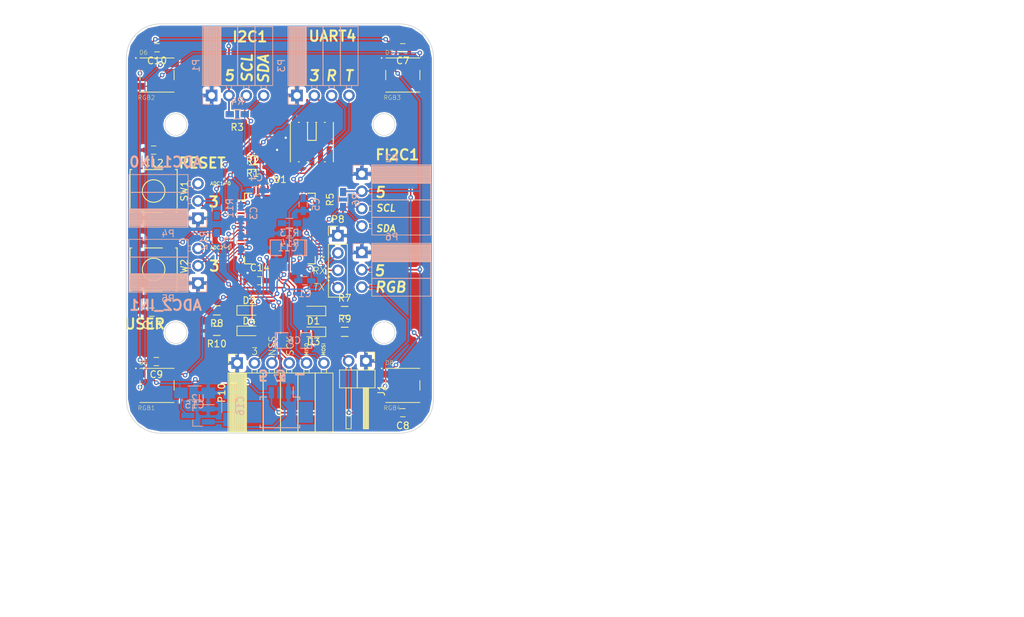
<source format=kicad_pcb>
(kicad_pcb (version 4) (host pcbnew 4.0.6)
  (layers (0 F.Cu signal) (31 B.Cu signal) (34 B.Paste user) (35 F.Paste user) (36 B.SilkS user) (37 F.SilkS user) (38 B.Mask user) (39 F.Mask user) (44 Edge.Cuts user))
  (net 0 "")
  (net 1 /GND)
  (net 2 /3.3V)
  (net 3 /5V)
  (net 4 "Net-(C11-Pad1)")
  (net 5 /NRST)
  (net 6 /PC2)
  (net 7 "Net-(D1-Pad1)")
  (net 8 /PC0)
  (net 9 "Net-(D2-Pad1)")
  (net 10 "Net-(D3-Pad1)")
  (net 11 /PC1)
  (net 12 "Net-(D4-Pad1)")
  (net 13 /PC5)
  (net 14 "Net-(D5-Pad2)")
  (net 15 "Net-(D6-Pad2)")
  (net 16 "Net-(D7-Pad2)")
  (net 17 /RGB_OUT)
  (net 18 /I2C1_SCL)
  (net 19 /I2C1_SDA)
  (net 20 /FI2C1_SCL)
  (net 21 /FI2C1_SDA)
  (net 22 /ADC1_IN0)
  (net 23 /ADC2_IN1)
  (net 24 /SWDCLK)
  (net 25 /SWDO)
  (net 26 /SWDIO)
  (net 27 "Net-(P9-Pad7)")
  (net 28 "Net-(U1-Pad2)")
  (net 29 "Net-(U1-Pad3)")
  (net 30 "Net-(U1-Pad4)")
  (net 31 "Net-(U1-Pad5)")
  (net 32 "Net-(U1-Pad6)")
  (net 33 "Net-(U1-Pad11)")
  (net 34 "Net-(U1-Pad16)")
  (net 35 "Net-(U1-Pad17)")
  (net 36 "Net-(U1-Pad24)")
  (net 37 "Net-(U1-Pad26)")
  (net 38 "Net-(U1-Pad27)")
  (net 39 "Net-(U1-Pad29)")
  (net 40 "Net-(U1-Pad39)")
  (net 41 "Net-(U1-Pad40)")
  (net 42 "Net-(U1-Pad41)")
  (net 43 "Net-(U1-Pad44)")
  (net 44 "Net-(U1-Pad45)")
  (net 45 "Net-(U1-Pad50)")
  (net 46 /UART4_TX)
  (net 47 /UART4_RX)
  (net 48 "Net-(U1-Pad53)")
  (net 49 "Net-(U1-Pad54)")
  (net 50 "Net-(U1-Pad56)")
  (net 51 "Net-(U1-Pad57)")
  (net 52 "Net-(U1-Pad61)")
  (net 53 "Net-(U1-Pad62)")
  (net 54 "Net-(P9-Pad8)")
  (net 55 /SPI1_NSS)
  (net 56 /SPI1_SCK)
  (net 57 /SPI1_MISO)
  (net 58 /SPI1_MOSI)
  (net 59 /SPI2_NSS)
  (net 60 /SPI2_SCK)
  (net 61 /SPI2_MISO)
  (net 62 /SPI2_MOSI)
  (net 63 /USART1_TX)
  (net 64 /USART1_RX)
  (net 65 /BOOT0)
  (net 66 /BOOT1)
  (module Capacitors_SMD:C_0603_HandSoldering (layer B.Cu) (at 152.162 112.648)
    (fp_text reference C1 (at 0 1.9) (layer B.SilkS) (effects (justify mirror)))
    (fp_text value 100n)
    (pad 1 smd rect (at -0.95 0) (size 1.2 0.75) (layers B.Cu B.Paste B.Mask) (net 1 /GND))
    (pad 2 smd rect (at 0.95 0) (size 1.2 0.75) (layers B.Cu B.Paste B.Mask) (net 2 /3.3V))
  )
  (module Capacitors_SMD:C_0603_HandSoldering (layer B.Cu) (at 142.764 107.06 270)
    (fp_text reference C2 (at 0 1.9 270) (layer B.SilkS) (effects (justify mirror)))
    (fp_text value 100n)
    (pad 1 smd rect (at -0.95 0 270) (size 1.2 0.75) (layers B.Cu B.Paste B.Mask) (net 1 /GND))
    (pad 2 smd rect (at 0.95 0 270) (size 1.2 0.75) (layers B.Cu B.Paste B.Mask) (net 2 /3.3V))
  )
  (module Capacitors_SMD:C_0603_HandSoldering (layer B.Cu) (at 142.764 102.742 90)
    (fp_text reference C3 (at 0 1.9 90) (layer B.SilkS) (effects (justify mirror)))
    (fp_text value 100n)
    (pad 1 smd rect (at -0.95 0 90) (size 1.2 0.75) (layers B.Cu B.Paste B.Mask) (net 1 /GND))
    (pad 2 smd rect (at 0.95 0 90) (size 1.2 0.75) (layers B.Cu B.Paste B.Mask) (net 2 /3.3V))
  )
  (module Capacitors_SMD:C_0603_HandSoldering (layer B.Cu) (at 145.05 99.44 180)
    (fp_text reference C4 (at 0 1.9 180) (layer B.SilkS) (effects (justify mirror)))
    (fp_text value 100n)
    (pad 1 smd rect (at -0.95 0 180) (size 1.2 0.75) (layers B.Cu B.Paste B.Mask) (net 1 /GND))
    (pad 2 smd rect (at 0.95 0 180) (size 1.2 0.75) (layers B.Cu B.Paste B.Mask) (net 2 /3.3V))
  )
  (module Capacitors_SMD:C_0603_HandSoldering (layer B.Cu) (at 151.908 101.472 90)
    (fp_text reference C5 (at 0 1.9 90) (layer B.SilkS) (effects (justify mirror)))
    (fp_text value 100n)
    (pad 1 smd rect (at -0.95 0 90) (size 1.2 0.75) (layers B.Cu B.Paste B.Mask) (net 1 /GND))
    (pad 2 smd rect (at 0.95 0 90) (size 1.2 0.75) (layers B.Cu B.Paste B.Mask) (net 2 /3.3V))
  )
  (module SMD_Packages:SMD-1206_Pol (layer B.Cu) (at 150.622 121.412)
    (fp_text reference C6 (at 0 0) (layer B.SilkS) (effects (justify mirror)))
    (fp_text value 4.7u)
    (pad 1 smd rect (at -1.651 0) (size 1.524 2.032) (layers B.Cu B.Paste B.Mask) (net 2 /3.3V))
    (pad 2 smd rect (at 1.651 0) (size 1.524 2.032) (layers B.Cu B.Paste B.Mask) (net 1 /GND))
  )
  (module Capacitors_SMD:C_0603_HandSoldering (layer F.Cu) (at 166.5 78.5 180)
    (fp_text reference C7 (at 0 -1.9 180) (layer F.SilkS))
    (fp_text value 100n)
    (pad 1 smd rect (at -0.95 0 180) (size 1.2 0.75) (layers F.Cu F.Paste F.Mask) (net 1 /GND))
    (pad 2 smd rect (at 0.95 0 180) (size 1.2 0.75) (layers F.Cu F.Paste F.Mask) (net 3 /5V))
  )
  (module Capacitors_SMD:C_0603_HandSoldering (layer F.Cu) (at 166.5 132 180)
    (fp_text reference C8 (at 0 -1.9 180) (layer F.SilkS))
    (fp_text value 100n)
    (pad 1 smd rect (at -0.95 0 180) (size 1.2 0.75) (layers F.Cu F.Paste F.Mask) (net 1 /GND))
    (pad 2 smd rect (at 0.95 0 180) (size 1.2 0.75) (layers F.Cu F.Paste F.Mask) (net 3 /5V))
  )
  (module Capacitors_SMD:C_0603_HandSoldering (layer F.Cu) (at 130.4 124.5 180)
    (fp_text reference C9 (at 0 -1.9 180) (layer F.SilkS))
    (fp_text value 100n)
    (pad 1 smd rect (at -0.95 0 180) (size 1.2 0.75) (layers F.Cu F.Paste F.Mask) (net 1 /GND))
    (pad 2 smd rect (at 0.95 0 180) (size 1.2 0.75) (layers F.Cu F.Paste F.Mask) (net 3 /5V))
  )
  (module Capacitors_SMD:C_0603_HandSoldering (layer F.Cu) (at 130.5 78.5 180)
    (fp_text reference C10 (at 0 -1.9 180) (layer F.SilkS))
    (fp_text value 100n)
    (pad 1 smd rect (at -0.95 0 180) (size 1.2 0.75) (layers F.Cu F.Paste F.Mask) (net 1 /GND))
    (pad 2 smd rect (at 0.95 0 180) (size 1.2 0.75) (layers F.Cu F.Paste F.Mask) (net 3 /5V))
  )
  (module SMD_Packages:SMD-1206_Pol (layer B.Cu) (at 149.622 107.822 180)
    (fp_text reference C11 (at 0 0 180) (layer B.SilkS) (effects (justify mirror)))
    (fp_text value 4.7u)
    (pad 1 smd rect (at -1.651 0 180) (size 1.524 2.032) (layers B.Cu B.Paste B.Mask) (net 4 "Net-(C11-Pad1)"))
    (pad 2 smd rect (at 1.651 0 180) (size 1.524 2.032) (layers B.Cu B.Paste B.Mask) (net 1 /GND))
  )
  (module Capacitors_SMD:C_0603_HandSoldering (layer F.Cu) (at 130 93.5 180)
    (fp_text reference C12 (at 0 -1.9 180) (layer F.SilkS))
    (fp_text value 100n)
    (pad 1 smd rect (at -0.95 0 180) (size 1.2 0.75) (layers F.Cu F.Paste F.Mask) (net 5 /NRST))
    (pad 2 smd rect (at 0.95 0 180) (size 1.2 0.75) (layers F.Cu F.Paste F.Mask) (net 1 /GND))
  )
  (module Capacitors_SMD:C_0603_HandSoldering (layer F.Cu) (at 129.75 117.25 180)
    (fp_text reference C13 (at 0 -1.9 180) (layer F.SilkS))
    (fp_text value 100n)
    (pad 1 smd rect (at -0.95 0 180) (size 1.2 0.75) (layers F.Cu F.Paste F.Mask) (net 6 /PC2))
    (pad 2 smd rect (at 0.95 0 180) (size 1.2 0.75) (layers F.Cu F.Paste F.Mask) (net 1 /GND))
  )
  (module Capacitors_SMD:C_0603_HandSoldering (layer F.Cu) (at 145.558 112.648)
    (fp_text reference C14 (at 0 -1.9) (layer F.SilkS))
    (fp_text value 100n)
    (pad 1 smd rect (at -0.95 0) (size 1.2 0.75) (layers F.Cu F.Paste F.Mask) (net 1 /GND))
    (pad 2 smd rect (at 0.95 0) (size 1.2 0.75) (layers F.Cu F.Paste F.Mask) (net 2 /3.3V))
  )
  (module LEDs:LED_0805 (layer F.Cu) (at 153.416 117.094 180)
    (fp_text reference D1 (at 0 -1.45 180) (layer F.SilkS))
    (fp_text value Power)
    (pad 2 smd rect (at 1.1 0) (size 1.2 1.2) (layers F.Cu F.Paste F.Mask) (net 2 /3.3V))
    (pad 1 smd rect (at -1.1 0) (size 1.2 1.2) (layers F.Cu F.Paste F.Mask) (net 7 "Net-(D1-Pad1)"))
  )
  (module LEDs:LED_0805 (layer F.Cu) (at 144 117)
    (fp_text reference D2 (at 0 -1.45) (layer F.SilkS))
    (fp_text value PC0)
    (pad 2 smd rect (at 1.1 0 180) (size 1.2 1.2) (layers F.Cu F.Paste F.Mask) (net 8 /PC0))
    (pad 1 smd rect (at -1.1 0 180) (size 1.2 1.2) (layers F.Cu F.Paste F.Mask) (net 9 "Net-(D2-Pad1)"))
  )
  (module LEDs:LED_0805 (layer F.Cu) (at 153.416 120.142 180)
    (fp_text reference D3 (at 0 -1.45 180) (layer F.SilkS))
    (fp_text value 5V)
    (pad 2 smd rect (at 1.1 0) (size 1.2 1.2) (layers F.Cu F.Paste F.Mask) (net 3 /5V))
    (pad 1 smd rect (at -1.1 0) (size 1.2 1.2) (layers F.Cu F.Paste F.Mask) (net 10 "Net-(D3-Pad1)"))
  )
  (module LEDs:LED_0805 (layer F.Cu) (at 144 120)
    (fp_text reference D4 (at 0 -1.45) (layer F.SilkS))
    (fp_text value PC1)
    (pad 2 smd rect (at 1.1 0 180) (size 1.2 1.2) (layers F.Cu F.Paste F.Mask) (net 11 /PC1))
    (pad 1 smd rect (at -1.1 0 180) (size 1.2 1.2) (layers F.Cu F.Paste F.Mask) (net 12 "Net-(D4-Pad1)"))
  )
  (module Common-Parts-Library:LED_WS2812B (layer F.Cu) (at 130.5 128)
    (fp_text reference D5 (at -1.9744 -3.3064) (layer F.SilkS) (effects (font (size 0.64 0.64) (thickness 0.05))))
    (fp_text value RGB1 (at -1.55318 3.30908) (layer F.SilkS) (effects (font (size 0.64 0.64) (thickness 0.05))))
    (pad 1 smd rect (at -2.45 -1.65 90) (size 1 1.5) (layers F.Cu F.Paste F.Mask) (net 3 /5V))
    (pad 4 smd rect (at 2.45 -1.65 90) (size 1 1.5) (layers F.Cu F.Paste F.Mask) (net 13 /PC5))
    (pad 2 smd rect (at -2.45 1.65 90) (size 1 1.5) (layers F.Cu F.Paste F.Mask) (net 14 "Net-(D5-Pad2)"))
    (pad 3 smd rect (at 2.45 1.65 90) (size 1 1.5) (layers F.Cu F.Paste F.Mask) (net 1 /GND))
  )
  (module Common-Parts-Library:LED_WS2812B (layer F.Cu) (at 130.5 82.5)
    (fp_text reference D6 (at -1.9744 -3.3064) (layer F.SilkS) (effects (font (size 0.64 0.64) (thickness 0.05))))
    (fp_text value RGB2 (at -1.55318 3.30908) (layer F.SilkS) (effects (font (size 0.64 0.64) (thickness 0.05))))
    (pad 1 smd rect (at -2.45 -1.65 90) (size 1 1.5) (layers F.Cu F.Paste F.Mask) (net 3 /5V))
    (pad 4 smd rect (at 2.45 -1.65 90) (size 1 1.5) (layers F.Cu F.Paste F.Mask) (net 14 "Net-(D5-Pad2)"))
    (pad 2 smd rect (at -2.45 1.65 90) (size 1 1.5) (layers F.Cu F.Paste F.Mask) (net 15 "Net-(D6-Pad2)"))
    (pad 3 smd rect (at 2.45 1.65 90) (size 1 1.5) (layers F.Cu F.Paste F.Mask) (net 1 /GND))
  )
  (module Common-Parts-Library:LED_WS2812B (layer F.Cu) (at 166.5 82.5)
    (fp_text reference D7 (at -1.9744 -3.3064) (layer F.SilkS) (effects (font (size 0.64 0.64) (thickness 0.05))))
    (fp_text value RGB3 (at -1.55318 3.30908) (layer F.SilkS) (effects (font (size 0.64 0.64) (thickness 0.05))))
    (pad 1 smd rect (at -2.45 -1.65 90) (size 1 1.5) (layers F.Cu F.Paste F.Mask) (net 3 /5V))
    (pad 4 smd rect (at 2.45 -1.65 90) (size 1 1.5) (layers F.Cu F.Paste F.Mask) (net 15 "Net-(D6-Pad2)"))
    (pad 2 smd rect (at -2.45 1.65 90) (size 1 1.5) (layers F.Cu F.Paste F.Mask) (net 16 "Net-(D7-Pad2)"))
    (pad 3 smd rect (at 2.45 1.65 90) (size 1 1.5) (layers F.Cu F.Paste F.Mask) (net 1 /GND))
  )
  (module Common-Parts-Library:LED_WS2812B (layer F.Cu) (at 166.5 128)
    (fp_text reference D8 (at -1.9744 -3.3064) (layer F.SilkS) (effects (font (size 0.64 0.64) (thickness 0.05))))
    (fp_text value RGB4 (at -1.55318 3.30908) (layer F.SilkS) (effects (font (size 0.64 0.64) (thickness 0.05))))
    (pad 1 smd rect (at -2.45 -1.65 90) (size 1 1.5) (layers F.Cu F.Paste F.Mask) (net 3 /5V))
    (pad 4 smd rect (at 2.45 -1.65 90) (size 1 1.5) (layers F.Cu F.Paste F.Mask) (net 16 "Net-(D7-Pad2)"))
    (pad 2 smd rect (at -2.45 1.65 90) (size 1 1.5) (layers F.Cu F.Paste F.Mask) (net 17 /RGB_OUT))
    (pad 3 smd rect (at 2.45 1.65 90) (size 1 1.5) (layers F.Cu F.Paste F.Mask) (net 1 /GND))
  )
  (module Socket_Strips:Socket_Strip_Angled_1x04_Pitch2.54mm (layer B.Cu) (at 138.5 85.5 270)
    (fp_text reference P1 (at -4.38 2.27 270) (layer B.SilkS) (effects (justify mirror)))
    (fp_text value I2C1)
    (pad 1 thru_hole rect (at 0 0 270) (size 1.7 1.7) (drill 1) (layers *.Cu *.Mask) (net 1 /GND))
    (pad 2 thru_hole oval (at 0 -2.54 270) (size 1.7 1.7) (drill 1) (layers *.Cu *.Mask) (net 3 /5V))
    (pad 3 thru_hole oval (at 0 -5.08 270) (size 1.7 1.7) (drill 1) (layers *.Cu *.Mask) (net 18 /I2C1_SCL))
    (pad 4 thru_hole oval (at 0 -7.62 270) (size 1.7 1.7) (drill 1) (layers *.Cu *.Mask) (net 19 /I2C1_SDA))
  )
  (module Socket_Strips:Socket_Strip_Angled_1x04_Pitch2.54mm (layer B.Cu) (at 160.5 97 180)
    (fp_text reference P2 (at -4.38 2.27 180) (layer B.SilkS) (effects (justify mirror)))
    (fp_text value FI2C1)
    (pad 1 thru_hole rect (at 0 0 180) (size 1.7 1.7) (drill 1) (layers *.Cu *.Mask) (net 1 /GND))
    (pad 2 thru_hole oval (at 0 -2.54 180) (size 1.7 1.7) (drill 1) (layers *.Cu *.Mask) (net 3 /5V))
    (pad 3 thru_hole oval (at 0 -5.08 180) (size 1.7 1.7) (drill 1) (layers *.Cu *.Mask) (net 20 /FI2C1_SCL))
    (pad 4 thru_hole oval (at 0 -7.62 180) (size 1.7 1.7) (drill 1) (layers *.Cu *.Mask) (net 21 /FI2C1_SDA))
  )
  (module Socket_Strips:Socket_Strip_Angled_1x04_Pitch2.54mm (layer B.Cu) (at 151 85.5 270)
    (fp_text reference P3 (at -4.38 2.27 270) (layer B.SilkS) (effects (justify mirror)))
    (fp_text value UART4)
    (pad 1 thru_hole rect (at 0 0 270) (size 1.7 1.7) (drill 1) (layers *.Cu *.Mask) (net 1 /GND))
    (pad 2 thru_hole oval (at 0 -2.54 270) (size 1.7 1.7) (drill 1) (layers *.Cu *.Mask) (net 2 /3.3V))
    (pad 3 thru_hole oval (at 0 -5.08 270) (size 1.7 1.7) (drill 1) (layers *.Cu *.Mask) (net 47 /UART4_RX))
    (pad 4 thru_hole oval (at 0 -7.62 270) (size 1.7 1.7) (drill 1) (layers *.Cu *.Mask) (net 46 /UART4_TX))
  )
  (module Socket_Strips:Socket_Strip_Angled_1x03_Pitch2.54mm (layer B.Cu) (at 136.5 103.5)
    (fp_text reference P4 (at -4.38 2.27) (layer B.SilkS) (effects (justify mirror)))
    (fp_text value ADC1)
    (pad 1 thru_hole rect (at 0 0) (size 1.7 1.7) (drill 1) (layers *.Cu *.Mask) (net 1 /GND))
    (pad 2 thru_hole oval (at 0 -2.54) (size 1.7 1.7) (drill 1) (layers *.Cu *.Mask) (net 2 /3.3V))
    (pad 3 thru_hole oval (at 0 -5.08) (size 1.7 1.7) (drill 1) (layers *.Cu *.Mask) (net 22 /ADC1_IN0))
  )
  (module Socket_Strips:Socket_Strip_Angled_1x03_Pitch2.54mm (layer B.Cu) (at 136.5 113)
    (fp_text reference P5 (at -4.38 2.27) (layer B.SilkS) (effects (justify mirror)))
    (fp_text value ADC2)
    (pad 1 thru_hole rect (at 0 0) (size 1.7 1.7) (drill 1) (layers *.Cu *.Mask) (net 1 /GND))
    (pad 2 thru_hole oval (at 0 -2.54) (size 1.7 1.7) (drill 1) (layers *.Cu *.Mask) (net 2 /3.3V))
    (pad 3 thru_hole oval (at 0 -5.08) (size 1.7 1.7) (drill 1) (layers *.Cu *.Mask) (net 23 /ADC2_IN1))
  )
  (module Socket_Strips:Socket_Strip_Angled_1x03_Pitch2.54mm (layer B.Cu) (at 160.5 108.5 180)
    (fp_text reference P6 (at -4.38 2.27 180) (layer B.SilkS) (effects (justify mirror)))
    (fp_text value RGB_OUT)
    (pad 1 thru_hole rect (at 0 0 180) (size 1.7 1.7) (drill 1) (layers *.Cu *.Mask) (net 1 /GND))
    (pad 2 thru_hole oval (at 0 -2.54 180) (size 1.7 1.7) (drill 1) (layers *.Cu *.Mask) (net 3 /5V))
    (pad 3 thru_hole oval (at 0 -5.08 180) (size 1.7 1.7) (drill 1) (layers *.Cu *.Mask) (net 17 /RGB_OUT))
  )
  (module Connectors_Molex:Molex_PicoBlade_53261-0371_03x1.25mm_Angled (layer B.Cu) (at 148.5 130.5 180)
    (fp_text reference P7 (at 0 3.5 180) (layer B.SilkS) (effects (justify mirror)))
    (fp_text value Power)
    (pad 1 smd rect (at -1.25 1.45 180) (size 0.8 1.7) (layers B.Cu B.Paste B.Mask) (net 1 /GND))
    (pad 2 smd rect (at 0 1.45 180) (size 0.8 1.7) (layers B.Cu B.Paste B.Mask) (net 2 /3.3V))
    (pad 3 smd rect (at 1.25 1.45 180) (size 0.8 1.7) (layers B.Cu B.Paste B.Mask) (net 3 /5V))
    (pad "" smd rect (at -3.75 -1.45 180) (size 2.2 3.1) (layers B.Cu B.Paste B.Mask))
    (pad "" smd rect (at 3.75 -1.45 180) (size 2.2 3.1) (layers B.Cu B.Paste B.Mask))
  )
  (module Resistors_SMD:R_0603_HandSoldering (layer F.Cu) (at 144.5 95 180)
    (fp_text reference R1 (at 0 -1.9 180) (layer F.SilkS))
    (fp_text value 10k)
    (pad 1 smd rect (at -1.1 0 180) (size 1.2 0.9) (layers F.Cu F.Paste F.Mask) (net 65 /BOOT0))
    (pad 2 smd rect (at 1.1 0 180) (size 1.2 0.9) (layers F.Cu F.Paste F.Mask) (net 2 /3.3V))
  )
  (module Resistors_SMD:R_0603_HandSoldering (layer F.Cu) (at 144.5 97)
    (fp_text reference R2 (at 0 -1.9) (layer F.SilkS))
    (fp_text value 10k)
    (pad 1 smd rect (at -1.1 0) (size 1.2 0.9) (layers F.Cu F.Paste F.Mask) (net 1 /GND))
    (pad 2 smd rect (at 1.1 0) (size 1.2 0.9) (layers F.Cu F.Paste F.Mask) (net 65 /BOOT0))
  )
  (module Resistors_SMD:R_0603_HandSoldering (layer F.Cu) (at 142.25 88.25 180)
    (fp_text reference R3 (at 0 -1.9 180) (layer F.SilkS))
    (fp_text value 2k)
    (pad 1 smd rect (at -1.1 0 180) (size 1.2 0.9) (layers F.Cu F.Paste F.Mask) (net 18 /I2C1_SCL))
    (pad 2 smd rect (at 1.1 0 180) (size 1.2 0.9) (layers F.Cu F.Paste F.Mask) (net 3 /5V))
  )
  (module Resistors_SMD:R_0603_HandSoldering (layer B.Cu) (at 142.25 88.25 180)
    (fp_text reference R4 (at 0 1.9 180) (layer B.SilkS) (effects (justify mirror)))
    (fp_text value 2k)
    (pad 1 smd rect (at -1.1 0 180) (size 1.2 0.9) (layers B.Cu B.Paste B.Mask) (net 19 /I2C1_SDA))
    (pad 2 smd rect (at 1.1 0 180) (size 1.2 0.9) (layers B.Cu B.Paste B.Mask) (net 3 /5V))
  )
  (module Resistors_SMD:R_0603_HandSoldering (layer F.Cu) (at 157.75 100.75 90)
    (fp_text reference R5 (at 0 -1.9 90) (layer F.SilkS))
    (fp_text value 2k)
    (pad 1 smd rect (at -1.1 0 90) (size 1.2 0.9) (layers F.Cu F.Paste F.Mask) (net 20 /FI2C1_SCL))
    (pad 2 smd rect (at 1.1 0 90) (size 1.2 0.9) (layers F.Cu F.Paste F.Mask) (net 3 /5V))
  )
  (module Resistors_SMD:R_0603_HandSoldering (layer B.Cu) (at 157.75 100.75 90)
    (fp_text reference R6 (at 0 1.9 90) (layer B.SilkS) (effects (justify mirror)))
    (fp_text value 2k)
    (pad 1 smd rect (at -1.1 0 90) (size 1.2 0.9) (layers B.Cu B.Paste B.Mask) (net 21 /FI2C1_SDA))
    (pad 2 smd rect (at 1.1 0 90) (size 1.2 0.9) (layers B.Cu B.Paste B.Mask) (net 3 /5V))
  )
  (module Resistors_SMD:R_0603_HandSoldering (layer F.Cu) (at 157.988 117.094)
    (fp_text reference R7 (at 0 -1.9) (layer F.SilkS))
    (fp_text value 150)
    (pad 1 smd rect (at -1.1 0) (size 1.2 0.9) (layers F.Cu F.Paste F.Mask) (net 7 "Net-(D1-Pad1)"))
    (pad 2 smd rect (at 1.1 0) (size 1.2 0.9) (layers F.Cu F.Paste F.Mask) (net 1 /GND))
  )
  (module Resistors_SMD:R_0603_HandSoldering (layer F.Cu) (at 139.25 117 180)
    (fp_text reference R8 (at 0 -1.9 180) (layer F.SilkS))
    (fp_text value 150)
    (pad 1 smd rect (at -1.1 0 180) (size 1.2 0.9) (layers F.Cu F.Paste F.Mask) (net 9 "Net-(D2-Pad1)"))
    (pad 2 smd rect (at 1.1 0 180) (size 1.2 0.9) (layers F.Cu F.Paste F.Mask) (net 1 /GND))
  )
  (module Resistors_SMD:R_0603_HandSoldering (layer F.Cu) (at 157.988 120.142)
    (fp_text reference R9 (at 0 -1.9) (layer F.SilkS))
    (fp_text value 150)
    (pad 1 smd rect (at -1.1 0) (size 1.2 0.9) (layers F.Cu F.Paste F.Mask) (net 10 "Net-(D3-Pad1)"))
    (pad 2 smd rect (at 1.1 0) (size 1.2 0.9) (layers F.Cu F.Paste F.Mask) (net 1 /GND))
  )
  (module Resistors_SMD:R_0603_HandSoldering (layer F.Cu) (at 139.25 120 180)
    (fp_text reference R10 (at 0 -1.9 180) (layer F.SilkS))
    (fp_text value 150)
    (pad 1 smd rect (at -1.1 0 180) (size 1.2 0.9) (layers F.Cu F.Paste F.Mask) (net 12 "Net-(D4-Pad1)"))
    (pad 2 smd rect (at 1.1 0 180) (size 1.2 0.9) (layers F.Cu F.Paste F.Mask) (net 1 /GND))
  )
  (module Resistors_SMD:R_0603_HandSoldering (layer B.Cu) (at 139.25 102 90)
    (fp_text reference R11 (at 0 1.9 90) (layer B.SilkS) (effects (justify mirror)))
    (fp_text value 10k)
    (pad 1 smd rect (at -1.1 0 90) (size 1.2 0.9) (layers B.Cu B.Paste B.Mask) (net 5 /NRST))
    (pad 2 smd rect (at 1.1 0 90) (size 1.2 0.9) (layers B.Cu B.Paste B.Mask) (net 2 /3.3V))
  )
  (module Resistors_SMD:R_0603_HandSoldering (layer B.Cu) (at 139.25 106.75 270)
    (fp_text reference R12 (at 0 1.9 270) (layer B.SilkS) (effects (justify mirror)))
    (fp_text value 10k)
    (pad 1 smd rect (at -1.1 0 270) (size 1.2 0.9) (layers B.Cu B.Paste B.Mask) (net 6 /PC2))
    (pad 2 smd rect (at 1.1 0 270) (size 1.2 0.9) (layers B.Cu B.Paste B.Mask) (net 2 /3.3V))
  )
  (module Buttons_Switches_SMD:SW_SPST_B3S-1000 (layer F.Cu) (at 130 99.5 270)
    (fp_text reference SW1 (at 0 -4.5 270) (layer F.SilkS))
    (fp_text value Reset)
    (pad 1 smd rect (at -3.975 -2.25 270) (size 1.55 1.3) (layers F.Cu F.Paste F.Mask) (net 5 /NRST))
    (pad 1 smd rect (at 3.975 -2.25 270) (size 1.55 1.3) (layers F.Cu F.Paste F.Mask) (net 5 /NRST))
    (pad 2 smd rect (at -3.975 2.25 270) (size 1.55 1.3) (layers F.Cu F.Paste F.Mask) (net 1 /GND))
    (pad 2 smd rect (at 3.975 2.25 270) (size 1.55 1.3) (layers F.Cu F.Paste F.Mask) (net 1 /GND))
  )
  (module Buttons_Switches_SMD:SW_SPST_B3S-1000 (layer F.Cu) (at 130 111 270)
    (fp_text reference SW2 (at 0 -4.5 270) (layer F.SilkS))
    (fp_text value USER)
    (pad 1 smd rect (at -3.975 -2.25 270) (size 1.55 1.3) (layers F.Cu F.Paste F.Mask) (net 6 /PC2))
    (pad 1 smd rect (at 3.975 -2.25 270) (size 1.55 1.3) (layers F.Cu F.Paste F.Mask) (net 6 /PC2))
    (pad 2 smd rect (at -3.975 2.25 270) (size 1.55 1.3) (layers F.Cu F.Paste F.Mask) (net 1 /GND))
    (pad 2 smd rect (at 3.975 2.25 270) (size 1.55 1.3) (layers F.Cu F.Paste F.Mask) (net 1 /GND))
  )
  (module Housings_QFP:LQFP-64_10x10mm_Pitch0.5mm (layer F.Cu) (at 148.5 105)
    (fp_text reference U1 (at 0 -7.2) (layer F.SilkS))
    (fp_text value STM32F446RETx)
    (pad 1 smd rect (at -5.7 -3.75) (size 1 0.25) (layers F.Cu F.Paste F.Mask) (net 2 /3.3V))
    (pad 2 smd rect (at -5.7 -3.25) (size 1 0.25) (layers F.Cu F.Paste F.Mask) (net 28 "Net-(U1-Pad2)"))
    (pad 3 smd rect (at -5.7 -2.75) (size 1 0.25) (layers F.Cu F.Paste F.Mask) (net 29 "Net-(U1-Pad3)"))
    (pad 4 smd rect (at -5.7 -2.25) (size 1 0.25) (layers F.Cu F.Paste F.Mask) (net 30 "Net-(U1-Pad4)"))
    (pad 5 smd rect (at -5.7 -1.75) (size 1 0.25) (layers F.Cu F.Paste F.Mask) (net 31 "Net-(U1-Pad5)"))
    (pad 6 smd rect (at -5.7 -1.25) (size 1 0.25) (layers F.Cu F.Paste F.Mask) (net 32 "Net-(U1-Pad6)"))
    (pad 7 smd rect (at -5.7 -0.75) (size 1 0.25) (layers F.Cu F.Paste F.Mask) (net 5 /NRST))
    (pad 8 smd rect (at -5.7 -0.25) (size 1 0.25) (layers F.Cu F.Paste F.Mask) (net 8 /PC0))
    (pad 9 smd rect (at -5.7 0.25) (size 1 0.25) (layers F.Cu F.Paste F.Mask) (net 11 /PC1))
    (pad 10 smd rect (at -5.7 0.75) (size 1 0.25) (layers F.Cu F.Paste F.Mask) (net 6 /PC2))
    (pad 11 smd rect (at -5.7 1.25) (size 1 0.25) (layers F.Cu F.Paste F.Mask) (net 33 "Net-(U1-Pad11)"))
    (pad 12 smd rect (at -5.7 1.75) (size 1 0.25) (layers F.Cu F.Paste F.Mask) (net 1 /GND))
    (pad 13 smd rect (at -5.7 2.25) (size 1 0.25) (layers F.Cu F.Paste F.Mask) (net 2 /3.3V))
    (pad 14 smd rect (at -5.7 2.75) (size 1 0.25) (layers F.Cu F.Paste F.Mask) (net 22 /ADC1_IN0))
    (pad 15 smd rect (at -5.7 3.25) (size 1 0.25) (layers F.Cu F.Paste F.Mask) (net 23 /ADC2_IN1))
    (pad 16 smd rect (at -5.7 3.75) (size 1 0.25) (layers F.Cu F.Paste F.Mask) (net 34 "Net-(U1-Pad16)"))
    (pad 17 smd rect (at -3.75 5.7 90) (size 1 0.25) (layers F.Cu F.Paste F.Mask) (net 35 "Net-(U1-Pad17)"))
    (pad 18 smd rect (at -3.25 5.7 90) (size 1 0.25) (layers F.Cu F.Paste F.Mask) (net 1 /GND))
    (pad 19 smd rect (at -2.75 5.7 90) (size 1 0.25) (layers F.Cu F.Paste F.Mask) (net 2 /3.3V))
    (pad 20 smd rect (at -2.25 5.7 90) (size 1 0.25) (layers F.Cu F.Paste F.Mask) (net 55 /SPI1_NSS))
    (pad 21 smd rect (at -1.75 5.7 90) (size 1 0.25) (layers F.Cu F.Paste F.Mask) (net 56 /SPI1_SCK))
    (pad 22 smd rect (at -1.25 5.7 90) (size 1 0.25) (layers F.Cu F.Paste F.Mask) (net 57 /SPI1_MISO))
    (pad 23 smd rect (at -0.75 5.7 90) (size 1 0.25) (layers F.Cu F.Paste F.Mask) (net 58 /SPI1_MOSI))
    (pad 24 smd rect (at -0.25 5.7 90) (size 1 0.25) (layers F.Cu F.Paste F.Mask) (net 36 "Net-(U1-Pad24)"))
    (pad 25 smd rect (at 0.25 5.7 90) (size 1 0.25) (layers F.Cu F.Paste F.Mask) (net 13 /PC5))
    (pad 26 smd rect (at 0.75 5.7 90) (size 1 0.25) (layers F.Cu F.Paste F.Mask) (net 37 "Net-(U1-Pad26)"))
    (pad 27 smd rect (at 1.25 5.7 90) (size 1 0.25) (layers F.Cu F.Paste F.Mask) (net 38 "Net-(U1-Pad27)"))
    (pad 28 smd rect (at 1.75 5.7 90) (size 1 0.25) (layers F.Cu F.Paste F.Mask) (net 66 /BOOT1))
    (pad 29 smd rect (at 2.25 5.7 90) (size 1 0.25) (layers F.Cu F.Paste F.Mask) (net 39 "Net-(U1-Pad29)"))
    (pad 30 smd rect (at 2.75 5.7 90) (size 1 0.25) (layers F.Cu F.Paste F.Mask) (net 4 "Net-(C11-Pad1)"))
    (pad 31 smd rect (at 3.25 5.7 90) (size 1 0.25) (layers F.Cu F.Paste F.Mask) (net 1 /GND))
    (pad 32 smd rect (at 3.75 5.7 90) (size 1 0.25) (layers F.Cu F.Paste F.Mask) (net 2 /3.3V))
    (pad 33 smd rect (at 5.7 3.75) (size 1 0.25) (layers F.Cu F.Paste F.Mask) (net 59 /SPI2_NSS))
    (pad 34 smd rect (at 5.7 3.25) (size 1 0.25) (layers F.Cu F.Paste F.Mask) (net 60 /SPI2_SCK))
    (pad 35 smd rect (at 5.7 2.75) (size 1 0.25) (layers F.Cu F.Paste F.Mask) (net 61 /SPI2_MISO))
    (pad 36 smd rect (at 5.7 2.25) (size 1 0.25) (layers F.Cu F.Paste F.Mask) (net 62 /SPI2_MOSI))
    (pad 37 smd rect (at 5.7 1.75) (size 1 0.25) (layers F.Cu F.Paste F.Mask) (net 20 /FI2C1_SCL))
    (pad 38 smd rect (at 5.7 1.25) (size 1 0.25) (layers F.Cu F.Paste F.Mask) (net 21 /FI2C1_SDA))
    (pad 39 smd rect (at 5.7 0.75) (size 1 0.25) (layers F.Cu F.Paste F.Mask) (net 40 "Net-(U1-Pad39)"))
    (pad 40 smd rect (at 5.7 0.25) (size 1 0.25) (layers F.Cu F.Paste F.Mask) (net 41 "Net-(U1-Pad40)"))
    (pad 41 smd rect (at 5.7 -0.25) (size 1 0.25) (layers F.Cu F.Paste F.Mask) (net 42 "Net-(U1-Pad41)"))
    (pad 42 smd rect (at 5.7 -0.75) (size 1 0.25) (layers F.Cu F.Paste F.Mask) (net 63 /USART1_TX))
    (pad 43 smd rect (at 5.7 -1.25) (size 1 0.25) (layers F.Cu F.Paste F.Mask) (net 64 /USART1_RX))
    (pad 44 smd rect (at 5.7 -1.75) (size 1 0.25) (layers F.Cu F.Paste F.Mask) (net 43 "Net-(U1-Pad44)"))
    (pad 45 smd rect (at 5.7 -2.25) (size 1 0.25) (layers F.Cu F.Paste F.Mask) (net 44 "Net-(U1-Pad45)"))
    (pad 46 smd rect (at 5.7 -2.75) (size 1 0.25) (layers F.Cu F.Paste F.Mask) (net 26 /SWDIO))
    (pad 47 smd rect (at 5.7 -3.25) (size 1 0.25) (layers F.Cu F.Paste F.Mask) (net 1 /GND))
    (pad 48 smd rect (at 5.7 -3.75) (size 1 0.25) (layers F.Cu F.Paste F.Mask) (net 2 /3.3V))
    (pad 49 smd rect (at 3.75 -5.7 90) (size 1 0.25) (layers F.Cu F.Paste F.Mask) (net 24 /SWDCLK))
    (pad 50 smd rect (at 3.25 -5.7 90) (size 1 0.25) (layers F.Cu F.Paste F.Mask) (net 45 "Net-(U1-Pad50)"))
    (pad 51 smd rect (at 2.75 -5.7 90) (size 1 0.25) (layers F.Cu F.Paste F.Mask) (net 46 /UART4_TX))
    (pad 52 smd rect (at 2.25 -5.7 90) (size 1 0.25) (layers F.Cu F.Paste F.Mask) (net 47 /UART4_RX))
    (pad 53 smd rect (at 1.75 -5.7 90) (size 1 0.25) (layers F.Cu F.Paste F.Mask) (net 48 "Net-(U1-Pad53)"))
    (pad 54 smd rect (at 1.25 -5.7 90) (size 1 0.25) (layers F.Cu F.Paste F.Mask) (net 49 "Net-(U1-Pad54)"))
    (pad 55 smd rect (at 0.75 -5.7 90) (size 1 0.25) (layers F.Cu F.Paste F.Mask) (net 25 /SWDO))
    (pad 56 smd rect (at 0.25 -5.7 90) (size 1 0.25) (layers F.Cu F.Paste F.Mask) (net 50 "Net-(U1-Pad56)"))
    (pad 57 smd rect (at -0.25 -5.7 90) (size 1 0.25) (layers F.Cu F.Paste F.Mask) (net 51 "Net-(U1-Pad57)"))
    (pad 58 smd rect (at -0.75 -5.7 90) (size 1 0.25) (layers F.Cu F.Paste F.Mask) (net 18 /I2C1_SCL))
    (pad 59 smd rect (at -1.25 -5.7 90) (size 1 0.25) (layers F.Cu F.Paste F.Mask) (net 19 /I2C1_SDA))
    (pad 60 smd rect (at -1.75 -5.7 90) (size 1 0.25) (layers F.Cu F.Paste F.Mask) (net 65 /BOOT0))
    (pad 61 smd rect (at -2.25 -5.7 90) (size 1 0.25) (layers F.Cu F.Paste F.Mask) (net 52 "Net-(U1-Pad61)"))
    (pad 62 smd rect (at -2.75 -5.7 90) (size 1 0.25) (layers F.Cu F.Paste F.Mask) (net 53 "Net-(U1-Pad62)"))
    (pad 63 smd rect (at -3.25 -5.7 90) (size 1 0.25) (layers F.Cu F.Paste F.Mask) (net 1 /GND))
    (pad 64 smd rect (at -3.75 -5.7 90) (size 1 0.25) (layers F.Cu F.Paste F.Mask) (net 2 /3.3V))
  )
  (module pkl_samtec:FTSH-105-XX-X-DV (layer F.Cu) (at 153.178 92.328)
    (fp_text reference P9)
    (fp_text value JTAG-10)
    (pad 1 smd rect (at 2.54 -2 180) (size 0.74 2.8) (layers F.Cu F.Paste F.Mask) (net 2 /3.3V))
    (pad 2 smd rect (at 2.54 2 180) (size 0.74 2.8) (layers F.Cu F.Paste F.Mask) (net 26 /SWDIO))
    (pad 3 smd rect (at 1.27 -2 180) (size 0.74 2.8) (layers F.Cu F.Paste F.Mask) (net 1 /GND))
    (pad 4 smd rect (at 1.27 2 180) (size 0.74 2.8) (layers F.Cu F.Paste F.Mask) (net 24 /SWDCLK))
    (pad 5 smd rect (at 0 -2 180) (size 0.74 2.8) (layers F.Cu F.Paste F.Mask) (net 1 /GND))
    (pad 6 smd rect (at 0 2 180) (size 0.74 2.8) (layers F.Cu F.Paste F.Mask) (net 25 /SWDO))
    (pad 7 smd rect (at -1.27 -2 180) (size 0.74 2.8) (layers F.Cu F.Paste F.Mask) (net 27 "Net-(P9-Pad7)"))
    (pad 8 smd rect (at -1.27 2 180) (size 0.74 2.8) (layers F.Cu F.Paste F.Mask) (net 54 "Net-(P9-Pad8)"))
    (pad 9 smd rect (at -2.54 -2 180) (size 0.74 2.8) (layers F.Cu F.Paste F.Mask) (net 1 /GND))
    (pad 10 smd rect (at -2.54 2 180) (size 0.74 2.8) (layers F.Cu F.Paste F.Mask) (net 5 /NRST))
  )
  (module Pin_Headers:Pin_Header_Straight_1x04_Pitch2.54mm (layer F.Cu) (at 156.988 106.044)
    (fp_text reference P8 (at 0 -2.39) (layer F.SilkS))
    (fp_text value UART1)
    (pad 1 thru_hole rect (at 0 0) (size 1.7 1.7) (drill 1) (layers *.Cu *.Mask) (net 1 /GND))
    (pad 2 thru_hole oval (at 0 2.54) (size 1.7 1.7) (drill 1) (layers *.Cu *.Mask) (net 2 /3.3V))
    (pad 3 thru_hole oval (at 0 5.08) (size 1.7 1.7) (drill 1) (layers *.Cu *.Mask) (net 64 /USART1_RX))
    (pad 4 thru_hole oval (at 0 7.62) (size 1.7 1.7) (drill 1) (layers *.Cu *.Mask) (net 63 /USART1_TX))
  )
  (module Socket_Strips:Socket_Strip_Angled_1x06_Pitch2.54mm (layer F.Cu) (at 142.24 124.714 90)
    (fp_text reference P10 (at -4.38 -2.27 90) (layer F.SilkS))
    (fp_text value SPI1)
    (pad 1 thru_hole rect (at 0 0 90) (size 1.7 1.7) (drill 1) (layers *.Cu *.Mask) (net 1 /GND))
    (pad 2 thru_hole oval (at 0 2.54 90) (size 1.7 1.7) (drill 1) (layers *.Cu *.Mask) (net 2 /3.3V))
    (pad 3 thru_hole oval (at 0 5.08 90) (size 1.7 1.7) (drill 1) (layers *.Cu *.Mask) (net 55 /SPI1_NSS))
    (pad 4 thru_hole oval (at 0 7.62 90) (size 1.7 1.7) (drill 1) (layers *.Cu *.Mask) (net 56 /SPI1_SCK))
    (pad 5 thru_hole oval (at 0 10.16 90) (size 1.7 1.7) (drill 1) (layers *.Cu *.Mask) (net 57 /SPI1_MISO))
    (pad 6 thru_hole oval (at 0 12.7 90) (size 1.7 1.7) (drill 1) (layers *.Cu *.Mask) (net 58 /SPI1_MOSI))
  )
  (module Resistors_SMD:R_0603_HandSoldering (layer B.Cu) (at 149.9 104.2)
    (fp_text reference R13 (at 0 1.45) (layer B.SilkS) (effects (justify mirror)))
    (fp_text value 10k)
    (pad 1 smd rect (at -1.1 0) (size 1.2 0.9) (layers B.Cu B.Paste B.Mask) (net 2 /3.3V))
    (pad 2 smd rect (at 1.1 0) (size 1.2 0.9) (layers B.Cu B.Paste B.Mask) (net 66 /BOOT1))
  )
  (module Resistors_SMD:R_0603_HandSoldering (layer B.Cu) (at 149.9 105.7)
    (fp_text reference R14 (at 0 1.45) (layer B.SilkS) (effects (justify mirror)))
    (fp_text value 10k)
    (pad 1 smd rect (at -1.1 0) (size 1.2 0.9) (layers B.Cu B.Paste B.Mask) (net 1 /GND))
    (pad 2 smd rect (at 1.1 0) (size 1.2 0.9) (layers B.Cu B.Paste B.Mask) (net 66 /BOOT1))
  )
  (module Capacitors_SMD:C_1206_HandSoldering (layer B.Cu) (at 136 129.1)
    (fp_text reference C15 (at 0 1.75) (layer B.SilkS) (effects (justify mirror)))
    (fp_text value 1u)
    (pad 1 smd rect (at -2 0) (size 2 1.6) (layers B.Cu B.Paste B.Mask) (net 3 /5V))
    (pad 2 smd rect (at 2 0) (size 2 1.6) (layers B.Cu B.Paste B.Mask) (net 1 /GND))
  )
  (module Capacitors_SMD:C_1206_HandSoldering (layer B.Cu) (at 141 131 90)
    (fp_text reference C16 (at 0 1.75 90) (layer B.SilkS) (effects (justify mirror)))
    (fp_text value 1u)
    (pad 1 smd rect (at -2 0 90) (size 2 1.6) (layers B.Cu B.Paste B.Mask) (net 2 /3.3V))
    (pad 2 smd rect (at 2 0 90) (size 2 1.6) (layers B.Cu B.Paste B.Mask) (net 1 /GND))
  )
  (module TO_SOT_Packages_SMD:SOT-23_Handsoldering (layer B.Cu) (at 136.5 132.4 180)
    (fp_text reference U2 (at 0 2.5 180) (layer B.SilkS) (effects (justify mirror)))
    (fp_text value MCP1700T-3002E/TT)
    (pad 1 smd rect (at -1.5 0.95 180) (size 1.9 0.8) (layers B.Cu B.Paste B.Mask) (net 1 /GND))
    (pad 2 smd rect (at -1.5 -0.95 180) (size 1.9 0.8) (layers B.Cu B.Paste B.Mask) (net 2 /3.3V))
    (pad 3 smd rect (at 1.5 0 180) (size 1.9 0.8) (layers B.Cu B.Paste B.Mask) (net 3 /5V))
  )
  (module Pin_Headers:Pin_Header_Angled_1x02_Pitch2.54mm (layer F.Cu) (at 161.1 124.4 270)
    (fp_text reference J1 (at 4.315 -2.27 270) (layer F.SilkS))
    (fp_text value 5V)
    (pad 1 thru_hole rect (at 0 0 270) (size 1.7 1.7) (drill 1) (layers *.Cu *.Mask) (net 1 /GND))
    (pad 2 thru_hole oval (at 0 2.54 270) (size 1.7 1.7) (drill 1) (layers *.Cu *.Mask) (net 3 /5V))
  )
  (gr_text USER (at 128.7 119) (layer F.SilkS) (effects (font (size 1.5 1.5) (thickness 0.3))))
  (gr_text RESET (at 137.1 95.4) (layer F.SilkS) (effects (font (size 1.5 1.5) (thickness 0.3))))
  (gr_text ADC1-0 (at 139.8 98.4) (layer F.SilkS) (effects (font (size 0.5 0.5) (thickness 0.1))))
  (gr_text 3 (at 138.8 101.1) (layer F.SilkS) (effects (font (size 1.5 1.5) (thickness 0.3))))
  (gr_text ADC2-1 (at 139.8 107.8) (layer F.SilkS) (effects (font (size 0.5 0.5) (thickness 0.1))))
  (gr_text 3 (at 138.9 110.5) (layer F.SilkS) (effects (font (size 1.5 1.5) (thickness 0.3))))
  (gr_text MISO (at 152.4 122.7 90) (layer F.SilkS) (effects (font (size 0.5 0.5) (thickness 0.1))))
  (gr_text MOSI (at 154.9 122.7 90) (layer F.SilkS) (effects (font (size 0.5 0.5) (thickness 0.1))))
  (gr_text SCK (at 150 122.2 90) (layer F.SilkS) (effects (font (size 1 1) (thickness 0.1))))
  (gr_text NSS (at 147.4 122.2 90) (layer F.SilkS) (effects (font (size 1 1) (thickness 0.1))))
  (gr_text 3 (at 144.8 123) (layer F.SilkS) (effects (font (size 1 1) (thickness 0.1))))
  (gr_text TX (at 154.2 113.6) (layer F.SilkS) (effects (font (size 1 1) (thickness 0.1) italic)))
  (gr_text RX (at 154.2 111.2) (layer F.SilkS) (effects (font (size 1 1) (thickness 0.1) italic)))
  (gr_text 3 (at 154.6 109.7) (layer F.SilkS) (effects (font (size 1 1) (thickness 0.1) italic)))
  (gr_text 5 (at 163.2 99.7) (layer F.SilkS) (effects (font (size 1.5 1.5) (thickness 0.3) italic)))
  (gr_text SDA (at 146.1 81.6 90) (layer F.SilkS) (effects (font (size 1.5 1.5) (thickness 0.3) italic)))
  (gr_text SCL (at 143.7 81.5 90) (layer F.SilkS) (effects (font (size 1.5 1.5) (thickness 0.3) italic)))
  (gr_text 5 (at 141.1 82.6) (layer F.SilkS) (effects (font (size 1.5 1.5) (thickness 0.3) italic)))
  (gr_text 3 (at 153.5 82.6) (layer F.SilkS) (effects (font (size 1.5 1.5) (thickness 0.3) italic)))
  (gr_text 5 (at 163.1 111.2) (layer F.SilkS) (effects (font (size 1.5 1.5) (thickness 0.3) italic)))
  (gr_text T (at 158.6 82.6) (layer F.SilkS) (effects (font (size 1.5 1.5) (thickness 0.3) italic)))
  (gr_text R (at 156 82.6) (layer F.SilkS) (effects (font (size 1.5 1.5) (thickness 0.3) italic)))
  (gr_text SDA (at 164 105) (layer F.SilkS) (effects (font (size 1 1) (thickness 0.2) italic)))
  (gr_text SCL (at 164 102) (layer F.SilkS) (effects (font (size 1 1) (thickness 0.2) italic)))
  (gr_text "5 3 -" (at 148.844 126.492 180) (layer B.SilkS) (effects (font (size 1.5 1.5) (thickness 0.3)) (justify mirror)))
  (gr_text ADC1_IN0 (at 131.75 95.25) (layer B.SilkS) (effects (font (size 1.5 1.5) (thickness 0.3)) (justify mirror)))
  (gr_text ADC2_IN1 (at 131.75 116.25) (layer B.SilkS) (effects (font (size 1.5 1.5) (thickness 0.3)) (justify mirror)))
  (gr_text RGB (at 164.7 113.6) (layer F.SilkS) (effects (font (size 1.5 1.5) (thickness 0.3) italic)))
  (gr_text FI2C1 (at 165.7 94.2) (layer F.SilkS) (effects (font (size 1.5 1.5) (thickness 0.3))))
  (gr_text UART4 (at 156.2 76.8) (layer F.SilkS) (effects (font (size 1.5 1.5) (thickness 0.3))))
  (gr_text I2C1 (at 144.1 76.9) (layer F.SilkS) (effects (font (size 1.5 1.5) (thickness 0.3))))
  (gr_circle (center 163.7511 89.7536) (end 165.3511 89.7536) (layer Edge.Cuts) (width 0.1))
  (gr_circle (center 163.7511 120.2536) (end 165.3511 120.2536) (layer Edge.Cuts) (width 0.1))
  (gr_circle (center 133.2511 120.2536) (end 134.8511 120.2536) (layer Edge.Cuts) (width 0.1))
  (gr_circle (center 133.2511 89.7536) (end 134.8511 89.7536) (layer Edge.Cuts) (width 0.1))
  (gr_line (start 166.0011 135.0036) (end 131.0011 135.0036) (layer Edge.Cuts) (width 0.1))
  (gr_arc (start 166.0011 130.0036) (end 166.0011 135.0036) (angle -90) (layer Edge.Cuts) (width 0.1))
  (gr_arc (start 131.0011 130.0036) (end 126.0011 130.0036) (angle -90) (layer Edge.Cuts) (width 0.1))
  (gr_line (start 171.0011 80.0036) (end 171.0011 130.0036) (layer Edge.Cuts) (width 0.1))
  (gr_line (start 126.0011 130.0036) (end 126.0011 80.0036) (layer Edge.Cuts) (width 0.1))
  (gr_arc (start 166.0011 80.0036) (end 171.0011 80.0036) (angle -90) (layer Edge.Cuts) (width 0.1))
  (gr_arc (start 131.0011 80.0036) (end 131.0011 75.0036) (angle -90) (layer Edge.Cuts) (width 0.1))
  (gr_line (start 131.0011 75.0036) (end 166.0011 75.0036) (layer Edge.Cuts) (width 0.1))
  (segment (start 131.35 124.5) (end 131.35 128.05) (width 0.254) (layer F.Cu) (net 1))
  (segment (start 131.35 128.05) (end 132.95 129.65) (width 0.254) (layer F.Cu) (net 1))
  (segment (start 150.638 90.328) (end 150.638 90.408) (width 0.254) (layer F.Cu) (net 1))
  (segment (start 150.638 90.408) (end 149.352 91.694) (width 0.254) (layer F.Cu) (net 1))
  (via (at 149.352 91.694) (size 0.6858) (drill 0.3302) (layers F.Cu B.Cu) (net 1))
  (segment (start 149.352 91.694) (end 148.082 92.964) (width 0.254) (layer B.Cu) (net 1))
  (segment (start 148.082 92.964) (end 148.082 93.472) (width 0.254) (layer B.Cu) (net 1))
  (via (at 148.082 93.472) (size 0.6858) (drill 0.3302) (layers F.Cu B.Cu) (net 1))
  (segment (start 144.608 112.648) (end 144.608 112.35) (width 0.254) (layer F.Cu) (net 1))
  (segment (start 144.608 112.35) (end 143.764 111.506) (width 0.254) (layer F.Cu) (net 1))
  (via (at 143.764 111.506) (size 0.6858) (drill 0.3302) (layers F.Cu B.Cu) (net 1))
  (segment (start 151.212 112.648) (end 151.212 112.328) (width 0.254) (layer B.Cu) (net 1))
  (segment (start 151.212 112.328) (end 151.654 111.886) (width 0.254) (layer B.Cu) (net 1))
  (via (at 151.654 111.886) (size 0.6858) (drill 0.3302) (layers F.Cu B.Cu) (net 1))
  (segment (start 151.654 111.886) (end 151.75 111.79) (width 0.254) (layer F.Cu) (net 1))
  (segment (start 151.75 111.79) (end 151.75 110.7) (width 0.254) (layer F.Cu) (net 1))
  (segment (start 144.608 112.648) (end 144.608 112.582) (width 0.254) (layer F.Cu) (net 1))
  (segment (start 144.608 112.582) (end 145.25 111.94) (width 0.254) (layer F.Cu) (net 1))
  (segment (start 145.25 111.94) (end 145.25 110.7) (width 0.254) (layer F.Cu) (net 1))
  (segment (start 142.764 106.11) (end 143.592 106.11) (width 0.254) (layer B.Cu) (net 1))
  (segment (start 143.836 106.75) (end 142.8 106.75) (width 0.254) (layer F.Cu) (net 1))
  (segment (start 144.034 106.552) (end 143.836 106.75) (width 0.254) (layer F.Cu) (net 1))
  (via (at 144.034 106.552) (size 0.6858) (drill 0.3302) (layers F.Cu B.Cu) (net 1))
  (segment (start 143.592 106.11) (end 144.034 106.552) (width 0.254) (layer B.Cu) (net 1))
  (segment (start 154.2 101.75) (end 153.408 101.75) (width 0.254) (layer F.Cu) (net 1))
  (via (at 152.924 102.234) (size 0.6858) (drill 0.3302) (layers F.Cu B.Cu) (net 1))
  (segment (start 153.408 101.75) (end 152.924 102.234) (width 0.254) (layer F.Cu) (net 1))
  (segment (start 145.25 99.3) (end 145.25 99.894) (width 0.254) (layer F.Cu) (net 1))
  (segment (start 146 100.268) (end 146 99.44) (width 0.254) (layer B.Cu) (net 1))
  (segment (start 145.812 100.456) (end 146 100.268) (width 0.254) (layer B.Cu) (net 1))
  (via (at 145.812 100.456) (size 0.6858) (drill 0.3302) (layers F.Cu B.Cu) (net 1))
  (segment (start 145.25 99.894) (end 145.812 100.456) (width 0.254) (layer F.Cu) (net 1))
  (segment (start 148.5 129.05) (end 148.5 130.8) (width 0.254) (layer B.Cu) (net 2))
  (segment (start 142.1 134.1) (end 141.35 133.35) (width 0.254) (layer B.Cu) (net 2))
  (segment (start 147.5 134.1) (end 142.1 134.1) (width 0.254) (layer B.Cu) (net 2))
  (segment (start 149.2 132.4) (end 147.5 134.1) (width 0.254) (layer B.Cu) (net 2))
  (segment (start 149.2 131.5) (end 149.2 132.4) (width 0.254) (layer B.Cu) (net 2))
  (segment (start 148.5 130.8) (end 149.2 131.5) (width 0.254) (layer B.Cu) (net 2))
  (segment (start 141.35 133.35) (end 138 133.35) (width 0.254) (layer B.Cu) (net 2))
  (segment (start 148.8 104.2) (end 149.86 104.2) (width 0.254) (layer B.Cu) (net 2))
  (segment (start 149.86 104.2) (end 149.9 104.2) (width 0.254) (layer B.Cu) (net 2))
  (segment (start 149.9 104.2) (end 149.86 104.2) (width 0.254) (layer B.Cu) (net 2))
  (segment (start 149.114 113.918) (end 149.114 113.014) (width 0.254) (layer B.Cu) (net 2))
  (segment (start 149.86 102.57) (end 151.908 100.522) (width 0.254) (layer B.Cu) (net 2))
  (segment (start 149.86 112.268) (end 149.86 104.2) (width 0.254) (layer B.Cu) (net 2))
  (segment (start 149.86 104.2) (end 149.86 102.57) (width 0.254) (layer B.Cu) (net 2))
  (segment (start 149.114 113.014) (end 149.86 112.268) (width 0.254) (layer B.Cu) (net 2))
  (segment (start 152.316 117.094) (end 152.316 114.13) (width 0.254) (layer F.Cu) (net 2))
  (via (at 152.4 114.046) (size 0.6858) (drill 0.3302) (layers F.Cu B.Cu) (net 2))
  (segment (start 152.316 114.13) (end 152.4 114.046) (width 0.254) (layer F.Cu) (net 2))
  (segment (start 152.4 114.046) (end 152.4 113.918) (width 0.254) (layer B.Cu) (net 2))
  (segment (start 152.4 113.918) (end 152.4 114.046) (width 0.254) (layer B.Cu) (net 2))
  (segment (start 148.971 121.412) (end 148.971 114.061) (width 0.254) (layer B.Cu) (net 2))
  (segment (start 148.971 114.061) (end 149.114 113.918) (width 0.254) (layer B.Cu) (net 2))
  (segment (start 148.971 121.412) (end 148.082 121.412) (width 0.254) (layer B.Cu) (net 2))
  (segment (start 148.082 121.412) (end 144.78 124.714) (width 0.254) (layer B.Cu) (net 2))
  (segment (start 148.5 129.05) (end 148.5 121.883) (width 0.254) (layer B.Cu) (net 2))
  (segment (start 148.5 121.883) (end 148.971 121.412) (width 0.254) (layer B.Cu) (net 2))
  (segment (start 152.4 113.918) (end 154.052 113.918) (width 0.254) (layer B.Cu) (net 2))
  (segment (start 155.448 110.124) (end 156.988 108.584) (width 0.254) (layer B.Cu) (net 2))
  (segment (start 155.448 112.522) (end 155.448 110.124) (width 0.254) (layer B.Cu) (net 2))
  (segment (start 154.052 113.918) (end 155.448 112.522) (width 0.254) (layer B.Cu) (net 2))
  (segment (start 143.4 95) (end 143.4 94.994) (width 0.254) (layer F.Cu) (net 2))
  (segment (start 143.4 94.994) (end 146.066 92.328) (width 0.254) (layer F.Cu) (net 2))
  (segment (start 148.744 90.296) (end 153.54 85.5) (width 0.254) (layer B.Cu) (net 2))
  (segment (start 148.098 90.296) (end 148.744 90.296) (width 0.254) (layer B.Cu) (net 2))
  (segment (start 146.066 92.328) (end 148.098 90.296) (width 0.254) (layer B.Cu) (net 2))
  (via (at 146.066 92.328) (size 0.6858) (drill 0.3302) (layers F.Cu B.Cu) (net 2))
  (segment (start 155.718 90.328) (end 155.718 87.678) (width 0.254) (layer F.Cu) (net 2))
  (segment (start 155.718 87.678) (end 153.54 85.5) (width 0.254) (layer F.Cu) (net 2))
  (segment (start 151.908 100.71) (end 151.908 100.522) (width 0.254) (layer B.Cu) (net 2))
  (segment (start 153.112 112.648) (end 153.112 113.222) (width 0.254) (layer B.Cu) (net 2))
  (segment (start 152.416 113.918) (end 152.4 113.918) (width 0.254) (layer B.Cu) (net 2))
  (segment (start 152.4 113.918) (end 149.622 113.918) (width 0.254) (layer B.Cu) (net 2))
  (segment (start 149.622 113.918) (end 149.114 113.918) (width 0.254) (layer B.Cu) (net 2))
  (segment (start 153.112 113.222) (end 152.416 113.918) (width 0.254) (layer B.Cu) (net 2))
  (segment (start 153.112 112.648) (end 153.112 111.058) (width 0.254) (layer B.Cu) (net 2))
  (segment (start 152.754 110.7) (end 152.25 110.7) (width 0.254) (layer F.Cu) (net 2))
  (segment (start 152.924 110.87) (end 152.754 110.7) (width 0.254) (layer F.Cu) (net 2))
  (via (at 152.924 110.87) (size 0.6858) (drill 0.3302) (layers F.Cu B.Cu) (net 2))
  (segment (start 153.112 111.058) (end 152.924 110.87) (width 0.254) (layer B.Cu) (net 2))
  (segment (start 146.574 113.664) (end 146.574 112.714) (width 0.254) (layer F.Cu) (net 2))
  (segment (start 146.574 112.714) (end 145.75 111.89) (width 0.254) (layer F.Cu) (net 2))
  (segment (start 145.75 111.89) (end 145.75 110.7) (width 0.254) (layer F.Cu) (net 2))
  (segment (start 142.8 107.25) (end 143.462 107.25) (width 0.254) (layer F.Cu) (net 2))
  (segment (start 143.846 108.01) (end 142.764 108.01) (width 0.254) (layer B.Cu) (net 2))
  (segment (start 144.034 107.822) (end 143.846 108.01) (width 0.254) (layer B.Cu) (net 2))
  (via (at 144.034 107.822) (size 0.6858) (drill 0.3302) (layers F.Cu B.Cu) (net 2))
  (segment (start 143.462 107.25) (end 144.034 107.822) (width 0.254) (layer F.Cu) (net 2))
  (segment (start 142.764 113.664) (end 142.764 109.6) (width 0.254) (layer F.Cu) (net 2))
  (segment (start 142.764 109.6) (end 142.764 108.01) (width 0.254) (layer B.Cu) (net 2))
  (via (at 142.764 109.6) (size 0.6858) (drill 0.3302) (layers F.Cu B.Cu) (net 2))
  (segment (start 153.178 100.964) (end 152.35 100.964) (width 0.254) (layer B.Cu) (net 2))
  (segment (start 152.35 100.964) (end 151.908 100.522) (width 0.254) (layer B.Cu) (net 2))
  (segment (start 154.2 101.25) (end 153.464 101.25) (width 0.254) (layer F.Cu) (net 2))
  (via (at 153.178 100.964) (size 0.6858) (drill 0.3302) (layers F.Cu B.Cu) (net 2))
  (segment (start 153.464 101.25) (end 153.178 100.964) (width 0.254) (layer F.Cu) (net 2))
  (segment (start 144.1 99.44) (end 144.1 100.014) (width 0.254) (layer B.Cu) (net 2))
  (segment (start 144.288 100.202) (end 144.75 99.74) (width 0.254) (layer F.Cu) (net 2))
  (via (at 144.288 100.202) (size 0.6858) (drill 0.3302) (layers F.Cu B.Cu) (net 2))
  (segment (start 144.1 100.014) (end 144.288 100.202) (width 0.254) (layer B.Cu) (net 2))
  (segment (start 144.75 99.74) (end 144.75 99.3) (width 0.254) (layer F.Cu) (net 2))
  (segment (start 142.8 101.25) (end 143.748 101.25) (width 0.254) (layer F.Cu) (net 2))
  (segment (start 143.206 101.792) (end 142.764 101.792) (width 0.254) (layer B.Cu) (net 2))
  (segment (start 143.78 101.218) (end 143.206 101.792) (width 0.254) (layer B.Cu) (net 2))
  (via (at 143.78 101.218) (size 0.6858) (drill 0.3302) (layers F.Cu B.Cu) (net 2))
  (segment (start 143.748 101.25) (end 143.78 101.218) (width 0.254) (layer F.Cu) (net 2))
  (segment (start 144.1 99.44) (end 144.1 99.506) (width 0.254) (layer B.Cu) (net 2))
  (segment (start 142.891 99.567) (end 142.891 98.805) (width 0.254) (layer B.Cu) (net 2))
  (via (at 141.24 97.154) (size 0.6858) (drill 0.3302) (layers F.Cu B.Cu) (net 2))
  (segment (start 142.891 98.805) (end 141.24 97.154) (width 0.254) (layer B.Cu) (net 2))
  (segment (start 142.764 101.792) (end 142.764 99.694) (width 0.254) (layer B.Cu) (net 2))
  (segment (start 143.018 99.44) (end 144.1 99.44) (width 0.254) (layer B.Cu) (net 2))
  (segment (start 142.764 99.694) (end 142.891 99.567) (width 0.254) (layer B.Cu) (net 2))
  (segment (start 142.891 99.567) (end 143.018 99.44) (width 0.254) (layer B.Cu) (net 2))
  (segment (start 143.4 95) (end 143.394 95) (width 0.254) (layer F.Cu) (net 2))
  (segment (start 143.394 95) (end 141.24 97.154) (width 0.254) (layer F.Cu) (net 2))
  (segment (start 141.24 97.154) (end 139.208 99.186) (width 0.254) (layer F.Cu) (net 2))
  (segment (start 139.25 99.228) (end 139.25 100.9) (width 0.254) (layer B.Cu) (net 2))
  (segment (start 139.208 99.186) (end 139.25 99.228) (width 0.254) (layer B.Cu) (net 2))
  (via (at 139.208 99.186) (size 0.6858) (drill 0.3302) (layers F.Cu B.Cu) (net 2))
  (segment (start 139.25 107.85) (end 139.236 107.85) (width 0.254) (layer B.Cu) (net 2))
  (segment (start 139.236 107.85) (end 137.938 106.552) (width 0.254) (layer B.Cu) (net 2))
  (segment (start 138.192 102.652) (end 136.5 100.96) (width 0.254) (layer F.Cu) (net 2))
  (segment (start 138.192 106.298) (end 138.192 102.652) (width 0.254) (layer F.Cu) (net 2))
  (segment (start 137.938 106.552) (end 138.192 106.298) (width 0.254) (layer F.Cu) (net 2))
  (via (at 137.938 106.552) (size 0.6858) (drill 0.3302) (layers F.Cu B.Cu) (net 2))
  (segment (start 139.25 111.42) (end 139.25 107.85) (width 0.254) (layer B.Cu) (net 2))
  (segment (start 140.986 113.156) (end 139.25 111.42) (width 0.254) (layer B.Cu) (net 2))
  (via (at 140.986 113.156) (size 0.6858) (drill 0.3302) (layers F.Cu B.Cu) (net 2))
  (segment (start 141.494 113.664) (end 140.986 113.156) (width 0.254) (layer F.Cu) (net 2))
  (segment (start 148.86 113.664) (end 146.574 113.664) (width 0.254) (layer F.Cu) (net 2))
  (segment (start 149.114 113.918) (end 148.86 113.664) (width 0.254) (layer F.Cu) (net 2))
  (via (at 149.114 113.918) (size 0.6858) (drill 0.3302) (layers F.Cu B.Cu) (net 2))
  (segment (start 146.574 113.664) (end 142.764 113.664) (width 0.254) (layer F.Cu) (net 2))
  (segment (start 142.764 113.664) (end 141.494 113.664) (width 0.254) (layer F.Cu) (net 2))
  (segment (start 139.25 100.9) (end 139.19 100.96) (width 0.254) (layer B.Cu) (net 2))
  (segment (start 139.19 100.96) (end 136.5 100.96) (width 0.254) (layer B.Cu) (net 2))
  (segment (start 136.5 110.46) (end 136.64 110.46) (width 0.254) (layer B.Cu) (net 2))
  (segment (start 136.64 110.46) (end 139.25 107.85) (width 0.254) (layer B.Cu) (net 2))
  (segment (start 136.56 100.9) (end 136.5 100.96) (width 0.254) (layer B.Cu) (net 2))
  (segment (start 136.79 101.25) (end 136.5 100.96) (width 0.254) (layer F.Cu) (net 2))
  (segment (start 158.56 124.4) (end 158.56 131.96) (width 0.254) (layer B.Cu) (net 3))
  (via (at 158.6 132) (size 0.6858) (drill 0.3302) (layers F.Cu B.Cu) (net 3))
  (segment (start 158.56 131.96) (end 158.6 132) (width 0.254) (layer B.Cu) (net 3))
  (segment (start 152.316 120.142) (end 152.316 120.616) (width 0.254) (layer F.Cu) (net 3))
  (segment (start 152.316 120.616) (end 154.7 123) (width 0.254) (layer F.Cu) (net 3))
  (segment (start 157.16 123) (end 158.56 124.4) (width 0.254) (layer F.Cu) (net 3))
  (segment (start 154.7 123) (end 157.16 123) (width 0.254) (layer F.Cu) (net 3))
  (segment (start 133.8 127.7) (end 135.5 127.7) (width 0.254) (layer B.Cu) (net 3))
  (segment (start 145.35 129.05) (end 147.25 129.05) (width 0.254) (layer B.Cu) (net 3))
  (segment (start 143.7 127.4) (end 145.35 129.05) (width 0.254) (layer B.Cu) (net 3))
  (via (at 143.7 127.4) (size 0.6858) (drill 0.3302) (layers F.Cu B.Cu) (net 3))
  (segment (start 136.4 127.4) (end 143.7 127.4) (width 0.254) (layer F.Cu) (net 3))
  (segment (start 136.1 127.1) (end 136.4 127.4) (width 0.254) (layer F.Cu) (net 3))
  (via (at 136.1 127.1) (size 0.6858) (drill 0.3302) (layers F.Cu B.Cu) (net 3))
  (segment (start 135.5 127.7) (end 136.1 127.1) (width 0.254) (layer B.Cu) (net 3))
  (segment (start 134 129.1) (end 134 131.4) (width 0.254) (layer B.Cu) (net 3))
  (segment (start 134 131.4) (end 135 132.4) (width 0.254) (layer B.Cu) (net 3))
  (segment (start 133.8 128.9) (end 133.8 127.7) (width 0.254) (layer B.Cu) (net 3))
  (segment (start 129.45 126.65) (end 130.4 127.6) (width 0.254) (layer F.Cu) (net 3))
  (via (at 130.4 127.6) (size 0.6858) (drill 0.3302) (layers F.Cu B.Cu) (net 3))
  (segment (start 130.4 127.6) (end 130.5 127.7) (width 0.254) (layer B.Cu) (net 3))
  (segment (start 130.5 127.7) (end 133.8 127.7) (width 0.254) (layer B.Cu) (net 3))
  (segment (start 129.45 126.65) (end 129.45 124.5) (width 0.254) (layer F.Cu) (net 3))
  (segment (start 133.8 128.9) (end 134 129.1) (width 0.254) (layer B.Cu) (net 3))
  (segment (start 129.45 124.5) (end 129.45 124.95) (width 0.254) (layer F.Cu) (net 3))
  (segment (start 129.45 124.95) (end 128.05 126.35) (width 0.254) (layer F.Cu) (net 3))
  (segment (start 129.45 124.5) (end 128.25 124.5) (width 0.254) (layer F.Cu) (net 3))
  (via (at 128 124.25) (size 0.6858) (drill 0.3302) (layers F.Cu B.Cu) (net 3))
  (segment (start 128 124.25) (end 128 82.25) (width 0.254) (layer B.Cu) (net 3))
  (via (at 128 82.25) (size 0.6858) (drill 0.3302) (layers F.Cu B.Cu) (net 3))
  (segment (start 128 82.25) (end 128.05 82.2) (width 0.254) (layer F.Cu) (net 3))
  (segment (start 128.05 82.2) (end 128.05 80.85) (width 0.254) (layer F.Cu) (net 3))
  (segment (start 128.25 124.5) (end 128 124.25) (width 0.254) (layer F.Cu) (net 3))
  (segment (start 164.05 126.35) (end 163.942 126.35) (width 0.254) (layer F.Cu) (net 3))
  (segment (start 152.4 120.142) (end 152.316 120.142) (width 0.254) (layer F.Cu) (net 3))
  (segment (start 147.25 129.05) (end 147.25 130.85) (width 0.254) (layer B.Cu) (net 3))
  (segment (start 148.4 132) (end 158.6 132) (width 0.254) (layer F.Cu) (net 3))
  (segment (start 148.352 131.952) (end 148.4 132) (width 0.254) (layer F.Cu) (net 3))
  (via (at 148.352 131.952) (size 0.6858) (drill 0.3302) (layers F.Cu B.Cu) (net 3))
  (segment (start 147.25 130.85) (end 148.352 131.952) (width 0.254) (layer B.Cu) (net 3))
  (segment (start 158.6 132) (end 165.55 132) (width 0.254) (layer F.Cu) (net 3))
  (segment (start 160.5 111.04) (end 168.96 111.04) (width 0.254) (layer F.Cu) (net 3))
  (via (at 169 111) (size 0.6858) (drill 0.3302) (layers F.Cu B.Cu) (net 3))
  (segment (start 168.96 111.04) (end 169 111) (width 0.254) (layer F.Cu) (net 3))
  (segment (start 169 99.5) (end 160.54 99.5) (width 0.254) (layer B.Cu) (net 3))
  (segment (start 160.54 99.5) (end 160.5 99.54) (width 0.254) (layer B.Cu) (net 3))
  (segment (start 141 77.25) (end 141 78.25) (width 0.254) (layer B.Cu) (net 3))
  (segment (start 141.04 78.29) (end 141.04 85.5) (width 0.254) (layer F.Cu) (net 3))
  (segment (start 141 78.25) (end 141.04 78.29) (width 0.254) (layer F.Cu) (net 3))
  (via (at 141 78.25) (size 0.6858) (drill 0.3302) (layers F.Cu B.Cu) (net 3))
  (segment (start 141.04 85.5) (end 141.04 88.14) (width 0.254) (layer B.Cu) (net 3))
  (segment (start 141.04 88.14) (end 141.15 88.25) (width 0.254) (layer B.Cu) (net 3))
  (segment (start 141.04 85.5) (end 141.04 88.14) (width 0.254) (layer F.Cu) (net 3))
  (segment (start 141.04 88.14) (end 141.15 88.25) (width 0.254) (layer F.Cu) (net 3))
  (segment (start 160.5 99.54) (end 157.86 99.54) (width 0.254) (layer B.Cu) (net 3))
  (segment (start 157.86 99.54) (end 157.75 99.65) (width 0.254) (layer B.Cu) (net 3))
  (segment (start 160.5 99.54) (end 157.86 99.54) (width 0.254) (layer F.Cu) (net 3))
  (segment (start 157.86 99.54) (end 157.75 99.65) (width 0.254) (layer F.Cu) (net 3))
  (segment (start 164.05 126.35) (end 164.05 126.55) (width 0.254) (layer F.Cu) (net 3))
  (segment (start 164.05 126.55) (end 165.55 128.05) (width 0.254) (layer F.Cu) (net 3))
  (segment (start 165.55 128.05) (end 165.55 132) (width 0.254) (layer F.Cu) (net 3))
  (segment (start 164.05 80.85) (end 164.35 80.85) (width 0.254) (layer F.Cu) (net 3))
  (segment (start 164.35 80.85) (end 165.75 82.25) (width 0.254) (layer F.Cu) (net 3))
  (segment (start 165.5 125) (end 164.15 126.35) (width 0.254) (layer F.Cu) (net 3))
  (via (at 165.5 125) (size 0.6858) (drill 0.3302) (layers F.Cu B.Cu) (net 3))
  (segment (start 169 120.75) (end 165.5 125) (width 0.254) (layer B.Cu) (net 3))
  (segment (start 169 86.25) (end 169 99.5) (width 0.254) (layer B.Cu) (net 3))
  (segment (start 169 99.5) (end 169 111) (width 0.254) (layer B.Cu) (net 3))
  (segment (start 169 111) (end 169 120.75) (width 0.254) (layer B.Cu) (net 3))
  (segment (start 165.75 82.25) (end 169 86.25) (width 0.254) (layer B.Cu) (net 3))
  (via (at 165.75 82.25) (size 0.6858) (drill 0.3302) (layers F.Cu B.Cu) (net 3))
  (segment (start 164.15 126.35) (end 164.05 126.35) (width 0.254) (layer F.Cu) (net 3))
  (segment (start 165.55 78.5) (end 165.55 79.35) (width 0.254) (layer F.Cu) (net 3))
  (segment (start 165.55 79.35) (end 164.05 80.85) (width 0.254) (layer F.Cu) (net 3))
  (segment (start 129.55 78.5) (end 129.55 77.95) (width 0.254) (layer F.Cu) (net 3))
  (segment (start 164 77.25) (end 165.25 78.5) (width 0.254) (layer F.Cu) (net 3))
  (via (at 164 77.25) (size 0.6858) (drill 0.3302) (layers F.Cu B.Cu) (net 3))
  (segment (start 130.25 77.25) (end 141 77.25) (width 0.254) (layer B.Cu) (net 3))
  (segment (start 141 77.25) (end 164 77.25) (width 0.254) (layer B.Cu) (net 3))
  (via (at 130.25 77.25) (size 0.6858) (drill 0.3302) (layers F.Cu B.Cu) (net 3))
  (segment (start 129.55 77.95) (end 130.25 77.25) (width 0.254) (layer F.Cu) (net 3))
  (segment (start 165.25 78.5) (end 165.55 78.5) (width 0.254) (layer F.Cu) (net 3))
  (segment (start 128.05 80.85) (end 128.05 80) (width 0.254) (layer F.Cu) (net 3))
  (segment (start 128.05 80) (end 129.55 78.5) (width 0.254) (layer F.Cu) (net 3))
  (segment (start 151.25 110.7) (end 151.25 109.496) (width 0.2032) (layer F.Cu) (net 4))
  (segment (start 151.273 109.219) (end 151.273 107.822) (width 0.2032) (layer B.Cu) (net 4))
  (segment (start 151.4 109.346) (end 151.273 109.219) (width 0.2032) (layer B.Cu) (net 4))
  (via (at 151.4 109.346) (size 0.6858) (drill 0.3302) (layers F.Cu B.Cu) (net 4))
  (segment (start 151.25 109.496) (end 151.4 109.346) (width 0.2032) (layer F.Cu) (net 4))
  (segment (start 150.638 94.328) (end 150.606 94.328) (width 0.2032) (layer F.Cu) (net 5))
  (segment (start 150.606 94.328) (end 147.844 91.566) (width 0.2032) (layer F.Cu) (net 5))
  (segment (start 147.844 91.566) (end 144.542 91.566) (width 0.2032) (layer F.Cu) (net 5))
  (segment (start 144.542 91.566) (end 140.478 95.63) (width 0.2032) (layer F.Cu) (net 5))
  (segment (start 142.8 104.25) (end 142.018 104.25) (width 0.1524) (layer F.Cu) (net 5))
  (via (at 140.478 102.996) (size 0.6858) (drill 0.3302) (layers F.Cu B.Cu) (net 5))
  (segment (start 141.748 102.996) (end 140.478 102.996) (width 0.1524) (layer F.Cu) (net 5))
  (segment (start 142.002 103.25) (end 141.748 102.996) (width 0.1524) (layer F.Cu) (net 5))
  (segment (start 142.002 104.234) (end 142.002 103.25) (width 0.1524) (layer F.Cu) (net 5))
  (segment (start 142.018 104.25) (end 142.002 104.234) (width 0.1524) (layer F.Cu) (net 5))
  (segment (start 132.25 95.525) (end 140.453 95.655) (width 0.1524) (layer F.Cu) (net 5))
  (via (at 140.478 95.63) (size 0.6858) (drill 0.3302) (layers F.Cu B.Cu) (net 5))
  (segment (start 140.453 95.655) (end 140.478 95.63) (width 0.1524) (layer F.Cu) (net 5))
  (segment (start 132.25 103.475) (end 132.25 95.525) (width 0.1524) (layer F.Cu) (net 5))
  (segment (start 140.478 102.996) (end 139.35 103) (width 0.1524) (layer B.Cu) (net 5))
  (segment (start 139.35 103) (end 139.25 103.1) (width 0.1524) (layer B.Cu) (net 5))
  (segment (start 140.478 95.63) (end 140.478 102.996) (width 0.1524) (layer B.Cu) (net 5))
  (segment (start 130.95 93.5) (end 130.95 94.225) (width 0.1524) (layer F.Cu) (net 5))
  (segment (start 130.95 94.225) (end 132.25 95.525) (width 0.1524) (layer F.Cu) (net 5))
  (segment (start 142.8 105.75) (end 142.296 105.75) (width 0.1524) (layer F.Cu) (net 6))
  (segment (start 139.97 106.552) (end 139.25 105.832) (width 0.1524) (layer B.Cu) (net 6))
  (via (at 139.97 106.552) (size 0.6858) (drill 0.3302) (layers F.Cu B.Cu) (net 6))
  (segment (start 141.494 106.552) (end 139.97 106.552) (width 0.1524) (layer F.Cu) (net 6))
  (segment (start 142.296 105.75) (end 141.494 106.552) (width 0.1524) (layer F.Cu) (net 6))
  (segment (start 139.25 105.832) (end 139.25 105.65) (width 0.1524) (layer B.Cu) (net 6))
  (segment (start 132.25 107.025) (end 134.225 107.025) (width 0.1524) (layer F.Cu) (net 6))
  (segment (start 135.6 105.65) (end 139.25 105.65) (width 0.1524) (layer B.Cu) (net 6))
  (segment (start 134.25 107) (end 135.6 105.65) (width 0.1524) (layer B.Cu) (net 6))
  (via (at 134.25 107) (size 0.6858) (drill 0.3302) (layers F.Cu B.Cu) (net 6))
  (segment (start 134.225 107.025) (end 134.25 107) (width 0.1524) (layer F.Cu) (net 6))
  (segment (start 132.25 114.975) (end 132.25 107.025) (width 0.1524) (layer F.Cu) (net 6))
  (segment (start 130.7 117.25) (end 130.7 116.525) (width 0.1524) (layer F.Cu) (net 6))
  (segment (start 130.7 116.525) (end 132.25 114.975) (width 0.1524) (layer F.Cu) (net 6))
  (segment (start 154.516 117.094) (end 156.888 117.094) (width 0.2032) (layer F.Cu) (net 7))
  (segment (start 142.8 104.75) (end 141.772 104.75) (width 0.1524) (layer F.Cu) (net 8))
  (segment (start 145.1 115.9) (end 145.1 117) (width 0.1524) (layer F.Cu) (net 8))
  (segment (start 145.304 115.696) (end 145.1 115.9) (width 0.1524) (layer F.Cu) (net 8))
  (via (at 145.304 115.696) (size 0.6858) (drill 0.3302) (layers F.Cu B.Cu) (net 8))
  (segment (start 145.304 114.68) (end 145.304 115.696) (width 0.1524) (layer B.Cu) (net 8))
  (segment (start 141.748 111.124) (end 145.304 114.68) (width 0.1524) (layer B.Cu) (net 8))
  (segment (start 141.748 104.774) (end 141.748 111.124) (width 0.1524) (layer B.Cu) (net 8))
  (via (at 141.748 104.774) (size 0.6858) (drill 0.3302) (layers F.Cu B.Cu) (net 8))
  (segment (start 141.772 104.75) (end 141.748 104.774) (width 0.1524) (layer F.Cu) (net 8))
  (segment (start 140.35 117) (end 142.9 117) (width 0.1524) (layer F.Cu) (net 9))
  (segment (start 154.516 120.142) (end 156.888 120.142) (width 0.2032) (layer F.Cu) (net 10))
  (segment (start 142.8 105.25) (end 142.288 105.25) (width 0.1524) (layer F.Cu) (net 11))
  (segment (start 144.288 118.744) (end 145.1 119.556) (width 0.1524) (layer F.Cu) (net 11))
  (via (at 144.288 118.744) (size 0.6858) (drill 0.3302) (layers F.Cu B.Cu) (net 11))
  (segment (start 144.288 114.426) (end 144.288 118.744) (width 0.1524) (layer B.Cu) (net 11))
  (segment (start 140.986 111.124) (end 144.288 114.426) (width 0.1524) (layer B.Cu) (net 11))
  (segment (start 140.986 105.79) (end 140.986 111.124) (width 0.1524) (layer B.Cu) (net 11))
  (via (at 140.986 105.79) (size 0.6858) (drill 0.3302) (layers F.Cu B.Cu) (net 11))
  (segment (start 141.748 105.79) (end 140.986 105.79) (width 0.1524) (layer F.Cu) (net 11))
  (segment (start 142.288 105.25) (end 141.748 105.79) (width 0.1524) (layer F.Cu) (net 11))
  (segment (start 145.1 119.556) (end 145.1 120) (width 0.1524) (layer F.Cu) (net 11))
  (segment (start 145.1 119.6) (end 145.1 120) (width 0.1524) (layer F.Cu) (net 11))
  (segment (start 145.1 120) (end 145.1 119.85) (width 0.1524) (layer F.Cu) (net 11))
  (segment (start 140.35 120) (end 142.9 120) (width 0.1524) (layer F.Cu) (net 12))
  (segment (start 148.75 110.7) (end 148.75 111.412) (width 0.2032) (layer F.Cu) (net 13))
  (segment (start 134.478 126.35) (end 132.95 126.35) (width 0.2032) (layer F.Cu) (net 13))
  (segment (start 134.62 126.492) (end 134.478 126.35) (width 0.2032) (layer F.Cu) (net 13))
  (via (at 134.62 126.492) (size 0.6858) (drill 0.3302) (layers F.Cu B.Cu) (net 13))
  (segment (start 137.16 123.952) (end 134.62 126.492) (width 0.2032) (layer B.Cu) (net 13))
  (segment (start 137.16 118.11) (end 137.16 123.952) (width 0.2032) (layer B.Cu) (net 13))
  (segment (start 140.208 115.062) (end 137.16 118.11) (width 0.2032) (layer B.Cu) (net 13))
  (via (at 140.208 115.062) (size 0.6858) (drill 0.3302) (layers F.Cu B.Cu) (net 13))
  (segment (start 147.574 115.062) (end 140.208 115.062) (width 0.2032) (layer F.Cu) (net 13))
  (segment (start 148.082 114.554) (end 147.574 115.062) (width 0.2032) (layer F.Cu) (net 13))
  (via (at 148.082 114.554) (size 0.6858) (drill 0.3302) (layers F.Cu B.Cu) (net 13))
  (segment (start 148.082 112.776) (end 148.082 114.554) (width 0.2032) (layer B.Cu) (net 13))
  (segment (start 149.098 111.76) (end 148.082 112.776) (width 0.2032) (layer B.Cu) (net 13))
  (via (at 149.098 111.76) (size 0.6858) (drill 0.3302) (layers F.Cu B.Cu) (net 13))
  (segment (start 148.75 111.412) (end 149.098 111.76) (width 0.2032) (layer F.Cu) (net 13))
  (segment (start 133.492 126.35) (end 132.95 126.35) (width 0.2032) (layer F.Cu) (net 13))
  (segment (start 128.05 129.65) (end 128.05 128.3) (width 0.1524) (layer F.Cu) (net 14))
  (segment (start 131.15 80.85) (end 132.95 80.85) (width 0.1524) (layer F.Cu) (net 14))
  (segment (start 131 81) (end 131.15 80.85) (width 0.1524) (layer F.Cu) (net 14))
  (via (at 131 81) (size 0.6858) (drill 0.3302) (layers F.Cu B.Cu) (net 14))
  (segment (start 128.75 83.25) (end 131 81) (width 0.1524) (layer B.Cu) (net 14))
  (segment (start 128.75 127.5) (end 128.75 83.25) (width 0.1524) (layer B.Cu) (net 14))
  (segment (start 128 128.25) (end 128.75 127.5) (width 0.1524) (layer B.Cu) (net 14))
  (via (at 128 128.25) (size 0.6858) (drill 0.3302) (layers F.Cu B.Cu) (net 14))
  (segment (start 128.05 128.3) (end 128 128.25) (width 0.1524) (layer F.Cu) (net 14))
  (segment (start 128.05 84.15) (end 129.6 84.15) (width 0.1524) (layer F.Cu) (net 15))
  (segment (start 168.95 79.3) (end 168.95 80.85) (width 0.1524) (layer F.Cu) (net 15))
  (segment (start 169 79.25) (end 168.95 79.3) (width 0.1524) (layer F.Cu) (net 15))
  (via (at 169 79.25) (size 0.6858) (drill 0.3302) (layers F.Cu B.Cu) (net 15))
  (segment (start 148.25238 79.225724) (end 169 79.25) (width 0.1524) (layer B.Cu) (net 15))
  (segment (start 135.75 79.25) (end 148.25238 79.225724) (width 0.1524) (layer B.Cu) (net 15))
  (segment (start 131.25 82.5) (end 135.75 79.25) (width 0.1524) (layer B.Cu) (net 15))
  (via (at 131.25 82.5) (size 0.6858) (drill 0.3302) (layers F.Cu B.Cu) (net 15))
  (segment (start 129.6 84.15) (end 131.25 82.5) (width 0.1524) (layer F.Cu) (net 15))
  (segment (start 168.95 126.35) (end 168.95 121.054) (width 0.2032) (layer F.Cu) (net 16))
  (segment (start 165.574 84.15) (end 164.05 84.15) (width 0.2032) (layer F.Cu) (net 16))
  (segment (start 167.656 86.232) (end 165.574 84.15) (width 0.2032) (layer F.Cu) (net 16))
  (segment (start 167.656 100.456) (end 167.656 86.232) (width 0.2032) (layer F.Cu) (net 16))
  (via (at 167.656 100.456) (size 0.6858) (drill 0.3302) (layers F.Cu B.Cu) (net 16))
  (segment (start 167.656 119.76) (end 167.656 100.456) (width 0.2032) (layer B.Cu) (net 16))
  (segment (start 168.164 120.268) (end 167.656 119.76) (width 0.2032) (layer B.Cu) (net 16))
  (via (at 168.164 120.268) (size 0.6858) (drill 0.3302) (layers F.Cu B.Cu) (net 16))
  (segment (start 168.95 121.054) (end 168.164 120.268) (width 0.2032) (layer F.Cu) (net 16))
  (segment (start 164.05 129.65) (end 163.85 129.65) (width 0.2032) (layer F.Cu) (net 17))
  (segment (start 163.85 129.65) (end 163.9 129.6) (width 0.2032) (layer F.Cu) (net 17))
  (segment (start 163.9 129.6) (end 163.9 128.1) (width 0.2032) (layer F.Cu) (net 17))
  (via (at 163.9 128.1) (size 0.6858) (drill 0.3302) (layers F.Cu B.Cu) (net 17))
  (segment (start 163.9 128.1) (end 164 128) (width 0.2032) (layer B.Cu) (net 17))
  (segment (start 164 128) (end 164 124.8) (width 0.2032) (layer B.Cu) (net 17))
  (segment (start 164 124.8) (end 167.300398 121.499602) (width 0.2032) (layer B.Cu) (net 17))
  (segment (start 167.300398 121.499602) (end 167.300398 118.300398) (width 0.2032) (layer B.Cu) (net 17))
  (segment (start 167.300398 118.300398) (end 162.58 113.58) (width 0.2032) (layer B.Cu) (net 17))
  (segment (start 162.58 113.58) (end 160.5 113.58) (width 0.2032) (layer B.Cu) (net 17))
  (segment (start 147.75 99.3) (end 147.75 98.5) (width 0.1524) (layer F.Cu) (net 18))
  (segment (start 144.25 89.25) (end 143.35 88.35) (width 0.1524) (layer F.Cu) (net 18))
  (via (at 144.25 89.25) (size 0.6858) (drill 0.3302) (layers F.Cu B.Cu) (net 18))
  (segment (start 144 89.5) (end 144.25 89.25) (width 0.1524) (layer B.Cu) (net 18))
  (segment (start 144 93.5) (end 144 89.5) (width 0.1524) (layer B.Cu) (net 18))
  (segment (start 148 97.5) (end 144 93.5) (width 0.1524) (layer B.Cu) (net 18))
  (via (at 148 97.5) (size 0.6858) (drill 0.3302) (layers F.Cu B.Cu) (net 18))
  (segment (start 148 98.25) (end 148 97.5) (width 0.1524) (layer F.Cu) (net 18))
  (segment (start 147.75 98.5) (end 148 98.25) (width 0.1524) (layer F.Cu) (net 18))
  (segment (start 143.35 88.35) (end 143.35 88.25) (width 0.1524) (layer F.Cu) (net 18))
  (segment (start 143.35 88.25) (end 143.35 85.73) (width 0.1524) (layer F.Cu) (net 18))
  (segment (start 143.35 85.73) (end 143.58 85.5) (width 0.1524) (layer F.Cu) (net 18))
  (segment (start 147.25 99.3) (end 147.25 98) (width 0.1524) (layer F.Cu) (net 19))
  (segment (start 143.35 94.1) (end 143.35 88.25) (width 0.1524) (layer B.Cu) (net 19))
  (segment (start 147.25 98) (end 143.35 94.1) (width 0.1524) (layer B.Cu) (net 19))
  (via (at 147.25 98) (size 0.6858) (drill 0.3302) (layers F.Cu B.Cu) (net 19))
  (segment (start 143.35 88.25) (end 143.37 88.25) (width 0.1524) (layer B.Cu) (net 19))
  (segment (start 143.37 88.25) (end 146.12 85.5) (width 0.1524) (layer B.Cu) (net 19))
  (segment (start 154.2 106.75) (end 155.124 106.75) (width 0.2032) (layer F.Cu) (net 20))
  (segment (start 157.75 102.6) (end 157.75 101.85) (width 0.2032) (layer F.Cu) (net 20))
  (segment (start 155.702 104.648) (end 157.75 102.6) (width 0.2032) (layer F.Cu) (net 20))
  (segment (start 155.702 106.172) (end 155.702 104.648) (width 0.2032) (layer F.Cu) (net 20))
  (segment (start 155.124 106.75) (end 155.702 106.172) (width 0.2032) (layer F.Cu) (net 20))
  (segment (start 157.75 101.85) (end 160.27 101.85) (width 0.1524) (layer F.Cu) (net 20))
  (segment (start 160.27 101.85) (end 160.5 102.08) (width 0.1524) (layer F.Cu) (net 20))
  (segment (start 154.2 106.25) (end 154.862 106.25) (width 0.2032) (layer F.Cu) (net 21))
  (segment (start 155.702 103.632) (end 157.484 101.85) (width 0.2032) (layer B.Cu) (net 21))
  (via (at 155.702 103.632) (size 0.6858) (drill 0.3302) (layers F.Cu B.Cu) (net 21))
  (segment (start 155.194 104.14) (end 155.702 103.632) (width 0.2032) (layer F.Cu) (net 21))
  (segment (start 155.194 105.918) (end 155.194 104.14) (width 0.2032) (layer F.Cu) (net 21))
  (segment (start 154.862 106.25) (end 155.194 105.918) (width 0.2032) (layer F.Cu) (net 21))
  (segment (start 157.484 101.85) (end 157.75 101.85) (width 0.2032) (layer B.Cu) (net 21))
  (segment (start 157.75 101.85) (end 157.75 101.87) (width 0.1524) (layer B.Cu) (net 21))
  (segment (start 157.75 101.87) (end 160.5 104.62) (width 0.1524) (layer B.Cu) (net 21))
  (segment (start 142.8 107.75) (end 142.25 107.75) (width 0.1524) (layer F.Cu) (net 22))
  (segment (start 135 99.92) (end 136.5 98.42) (width 0.1524) (layer F.Cu) (net 22))
  (segment (start 135 104.5) (end 135 99.92) (width 0.1524) (layer F.Cu) (net 22))
  (segment (start 139.5 109) (end 135 104.5) (width 0.1524) (layer F.Cu) (net 22))
  (segment (start 141 109) (end 139.5 109) (width 0.1524) (layer F.Cu) (net 22))
  (segment (start 142.25 107.75) (end 141 109) (width 0.1524) (layer F.Cu) (net 22))
  (segment (start 142.8 108.25) (end 142.25 108.25) (width 0.1524) (layer F.Cu) (net 23))
  (segment (start 138.33 109.75) (end 136.5 107.92) (width 0.1524) (layer F.Cu) (net 23))
  (segment (start 140.75 109.75) (end 138.33 109.75) (width 0.1524) (layer F.Cu) (net 23))
  (segment (start 142.25 108.25) (end 140.75 109.75) (width 0.1524) (layer F.Cu) (net 23))
  (segment (start 154.448 94.328) (end 154.448 95.63) (width 0.2032) (layer F.Cu) (net 24))
  (segment (start 154.448 95.63) (end 152.25 97.828) (width 0.2032) (layer F.Cu) (net 24))
  (segment (start 152.25 97.828) (end 152.25 99.3) (width 0.2032) (layer F.Cu) (net 24))
  (segment (start 153.178 94.328) (end 153.178 95.884) (width 0.2032) (layer F.Cu) (net 25))
  (segment (start 149.25 97.78) (end 149.25 99.3) (width 0.2032) (layer F.Cu) (net 25))
  (segment (start 150.13 96.9) (end 149.25 97.78) (width 0.2032) (layer F.Cu) (net 25))
  (segment (start 152.162 96.9) (end 150.13 96.9) (width 0.2032) (layer F.Cu) (net 25))
  (segment (start 153.178 95.884) (end 152.162 96.9) (width 0.2032) (layer F.Cu) (net 25))
  (segment (start 155.718 94.328) (end 155.718 101.726) (width 0.2032) (layer F.Cu) (net 26))
  (segment (start 155.194 102.25) (end 154.2 102.25) (width 0.2032) (layer F.Cu) (net 26))
  (segment (start 155.718 101.726) (end 155.194 102.25) (width 0.2032) (layer F.Cu) (net 26))
  (segment (start 151.25 99.3) (end 151.25 98) (width 0.1524) (layer F.Cu) (net 46))
  (segment (start 158.62 90.63) (end 158.62 85.5) (width 0.1524) (layer B.Cu) (net 46))
  (segment (start 151.5 97.75) (end 158.62 90.63) (width 0.1524) (layer B.Cu) (net 46))
  (via (at 151.5 97.75) (size 0.6858) (drill 0.3302) (layers F.Cu B.Cu) (net 46))
  (segment (start 151.25 98) (end 151.5 97.75) (width 0.1524) (layer F.Cu) (net 46))
  (segment (start 158 90.5) (end 158 87.42) (width 0.1524) (layer B.Cu) (net 47))
  (segment (start 150.75 98) (end 150.5 97.75) (width 0.1524) (layer F.Cu) (net 47))
  (via (at 150.5 97.75) (size 0.6858) (drill 0.3302) (layers F.Cu B.Cu) (net 47))
  (segment (start 150.5 97.75) (end 158 90.5) (width 0.1524) (layer B.Cu) (net 47))
  (segment (start 150.75 99.3) (end 150.75 98) (width 0.1524) (layer F.Cu) (net 47))
  (segment (start 158 87.42) (end 156.08 85.5) (width 0.1524) (layer B.Cu) (net 47))
  (segment (start 146.25 110.7) (end 146.25 110.182) (width 0.2032) (layer F.Cu) (net 55))
  (segment (start 147.828 116.586) (end 147.828 124.206) (width 0.2032) (layer F.Cu) (net 55))
  (segment (start 147.574 116.332) (end 147.828 116.586) (width 0.2032) (layer F.Cu) (net 55))
  (via (at 147.574 116.332) (size 0.6858) (drill 0.3302) (layers F.Cu B.Cu) (net 55))
  (segment (start 146.05 114.808) (end 147.574 116.332) (width 0.2032) (layer B.Cu) (net 55))
  (segment (start 146.05 109.982) (end 146.05 114.808) (width 0.2032) (layer B.Cu) (net 55))
  (segment (start 145.542 109.474) (end 146.05 109.982) (width 0.2032) (layer B.Cu) (net 55))
  (via (at 145.542 109.474) (size 0.6858) (drill 0.3302) (layers F.Cu B.Cu) (net 55))
  (segment (start 146.25 110.182) (end 145.542 109.474) (width 0.2032) (layer F.Cu) (net 55))
  (segment (start 147.828 124.206) (end 147.32 124.714) (width 0.2032) (layer F.Cu) (net 55))
  (segment (start 149.86 124.714) (end 149.86 124.46) (width 0.2032) (layer F.Cu) (net 56))
  (segment (start 149.86 124.46) (end 148.336 122.936) (width 0.2032) (layer F.Cu) (net 56))
  (segment (start 148.336 122.936) (end 148.336 115.824) (width 0.2032) (layer F.Cu) (net 56))
  (via (at 148.336 115.824) (size 0.6858) (drill 0.3302) (layers F.Cu B.Cu) (net 56))
  (segment (start 148.336 115.824) (end 146.558 114.046) (width 0.2032) (layer B.Cu) (net 56))
  (segment (start 146.558 114.046) (end 146.558 109.22) (width 0.2032) (layer B.Cu) (net 56))
  (via (at 146.558 109.22) (size 0.6858) (drill 0.3302) (layers F.Cu B.Cu) (net 56))
  (segment (start 146.558 109.22) (end 146.75 109.412) (width 0.2032) (layer F.Cu) (net 56))
  (segment (start 146.75 109.412) (end 146.75 110.7) (width 0.2032) (layer F.Cu) (net 56))
  (segment (start 146.812 110.638) (end 146.75 110.7) (width 0.2032) (layer F.Cu) (net 56))
  (segment (start 147.25 110.7) (end 147.25 111.436) (width 0.2032) (layer F.Cu) (net 57))
  (segment (start 150.114 122.936) (end 152.4 124.714) (width 0.2032) (layer B.Cu) (net 57))
  (segment (start 150.114 120.396) (end 150.114 122.936) (width 0.2032) (layer B.Cu) (net 57))
  (segment (start 149.606 119.38) (end 150.114 120.396) (width 0.2032) (layer B.Cu) (net 57))
  (segment (start 149.606 114.808) (end 149.606 119.38) (width 0.2032) (layer B.Cu) (net 57))
  (segment (start 149.86 114.554) (end 149.606 114.808) (width 0.2032) (layer B.Cu) (net 57))
  (via (at 149.86 114.554) (size 0.6858) (drill 0.3302) (layers F.Cu B.Cu) (net 57))
  (segment (start 149.86 113.538) (end 149.86 114.554) (width 0.2032) (layer F.Cu) (net 57))
  (segment (start 149.352 113.03) (end 149.86 113.538) (width 0.2032) (layer F.Cu) (net 57))
  (segment (start 148.844 113.03) (end 149.352 113.03) (width 0.2032) (layer F.Cu) (net 57))
  (segment (start 147.25 111.436) (end 148.844 113.03) (width 0.2032) (layer F.Cu) (net 57))
  (segment (start 147.75 110.7) (end 147.75 111.433102) (width 0.2032) (layer F.Cu) (net 58))
  (segment (start 153.67 123.444) (end 154.94 124.714) (width 0.2032) (layer B.Cu) (net 58))
  (segment (start 151.638 123.444) (end 153.67 123.444) (width 0.2032) (layer B.Cu) (net 58))
  (segment (start 150.876 122.682) (end 151.638 123.444) (width 0.2032) (layer B.Cu) (net 58))
  (segment (start 150.876 119.888) (end 150.876 122.682) (width 0.2032) (layer B.Cu) (net 58))
  (segment (start 150.114 119.126) (end 150.876 119.888) (width 0.2032) (layer B.Cu) (net 58))
  (segment (start 150.114 115.824) (end 150.114 119.126) (width 0.2032) (layer B.Cu) (net 58))
  (segment (start 150.622 115.316) (end 150.114 115.824) (width 0.2032) (layer B.Cu) (net 58))
  (via (at 150.622 115.316) (size 0.6858) (drill 0.3302) (layers F.Cu B.Cu) (net 58))
  (segment (start 150.622 113.538) (end 150.622 115.316) (width 0.2032) (layer F.Cu) (net 58))
  (segment (start 149.606 112.522) (end 150.622 113.538) (width 0.2032) (layer F.Cu) (net 58))
  (segment (start 148.838898 112.522) (end 149.606 112.522) (width 0.2032) (layer F.Cu) (net 58))
  (segment (start 147.75 111.433102) (end 148.838898 112.522) (width 0.2032) (layer F.Cu) (net 58))
  (segment (start 154.94 124.714) (end 154.432 124.714) (width 0.2032) (layer F.Cu) (net 58))
  (segment (start 154.2 104.25) (end 153.306 104.25) (width 0.2032) (layer F.Cu) (net 63))
  (segment (start 153.162 109.838) (end 156.988 113.664) (width 0.2032) (layer F.Cu) (net 63))
  (segment (start 153.162 104.394) (end 153.162 109.838) (width 0.2032) (layer F.Cu) (net 63))
  (segment (start 153.306 104.25) (end 153.162 104.394) (width 0.2032) (layer F.Cu) (net 63))
  (segment (start 154.2 103.75) (end 153.298 103.75) (width 0.2032) (layer F.Cu) (net 64))
  (segment (start 155.574 111.124) (end 156.988 111.124) (width 0.2032) (layer F.Cu) (net 64))
  (segment (start 154.432 109.982) (end 155.574 111.124) (width 0.2032) (layer F.Cu) (net 64))
  (via (at 154.432 109.982) (size 0.6858) (drill 0.3302) (layers F.Cu B.Cu) (net 64))
  (segment (start 154.432 107.696) (end 154.432 109.982) (width 0.2032) (layer B.Cu) (net 64))
  (segment (start 152.4 105.664) (end 154.432 107.696) (width 0.2032) (layer B.Cu) (net 64))
  (via (at 152.4 105.664) (size 0.6858) (drill 0.3302) (layers F.Cu B.Cu) (net 64))
  (segment (start 152.4 104.648) (end 152.4 105.664) (width 0.2032) (layer F.Cu) (net 64))
  (segment (start 153.298 103.75) (end 152.4 104.648) (width 0.2032) (layer F.Cu) (net 64))
  (segment (start 145.6 97) (end 145.6 95) (width 0.1524) (layer F.Cu) (net 65))
  (segment (start 146.75 99.3) (end 146.75 98.75) (width 0.1524) (layer F.Cu) (net 65))
  (segment (start 145.6 97.6) (end 145.6 97) (width 0.1524) (layer F.Cu) (net 65))
  (segment (start 146.75 98.75) (end 145.6 97.6) (width 0.1524) (layer F.Cu) (net 65))
  (segment (start 151 104.2) (end 151 105.7) (width 0.2032) (layer B.Cu) (net 66))
  (segment (start 151 105.7) (end 150.241002 106.458998) (width 0.2032) (layer B.Cu) (net 66))
  (segment (start 150.241002 106.458998) (end 150.241002 109.341002) (width 0.2032) (layer B.Cu) (net 66))
  (segment (start 150.241002 109.341002) (end 150.5 109.6) (width 0.2032) (layer B.Cu) (net 66))
  (via (at 150.5 109.6) (size 0.6858) (drill 0.3302) (layers F.Cu B.Cu) (net 66))
  (segment (start 150.5 109.6) (end 150.25 109.85) (width 0.2032) (layer F.Cu) (net 66))
  (segment (start 150.25 109.85) (end 150.25 110.7) (width 0.2032) (layer F.Cu) (net 66))
  (zone (net 1) (net_name /GND) (layer F.Cu) (connect_pads (clearance 0.254)) (min_thickness 0.254) (fill yes (arc_segments 16) (thermal_gap 0.508) (thermal_bridge_width 0.508))
    (polygon (pts (xy 257.5 162) (xy 107.5 162) (xy 107.5 71.5) (xy 257.5 71.5)))
  )
  (zone (net 1) (net_name /GND) (layer B.Cu) (connect_pads (clearance 0.2)) (min_thickness 0.249) (fill yes (arc_segments 16) (thermal_gap 0.508) (thermal_bridge_width 0.508))
    (polygon (pts (xy 257.5 162) (xy 107.5 162) (xy 107.5 71.5) (xy 257.5 71.5)))
  )
)
</source>
